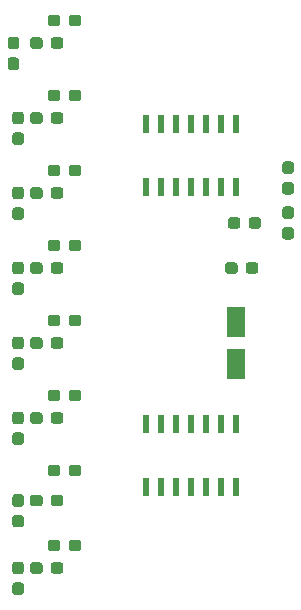
<source format=gtp>
G04 #@! TF.GenerationSoftware,KiCad,Pcbnew,(6.0.0-rc1-dev)*
G04 #@! TF.CreationDate,2018-08-10T19:43:38+02:00*
G04 #@! TF.ProjectId,receiver,72656365697665722E6B696361645F70,rev?*
G04 #@! TF.SameCoordinates,PX6ed25c8PY45a45e8*
G04 #@! TF.FileFunction,Paste,Top*
G04 #@! TF.FilePolarity,Positive*
%FSLAX46Y46*%
G04 Gerber Fmt 4.6, Leading zero omitted, Abs format (unit mm)*
G04 Created by KiCad (PCBNEW (6.0.0-rc1-dev)) date Fri Aug 10 19:43:38 2018*
%MOMM*%
%LPD*%
G01*
G04 APERTURE LIST*
%ADD10R,1.600000X2.600000*%
%ADD11C,0.100000*%
%ADD12C,0.950000*%
%ADD13R,0.600000X1.500000*%
G04 APERTURE END LIST*
D10*
G04 #@! TO.C,C9*
X28575000Y-28680000D03*
X28575000Y-32280000D03*
G04 #@! TD*
D11*
G04 #@! TO.C,C10*
G36*
X30280779Y-23656144D02*
X30303834Y-23659563D01*
X30326443Y-23665227D01*
X30348387Y-23673079D01*
X30369457Y-23683044D01*
X30389448Y-23695026D01*
X30408168Y-23708910D01*
X30425438Y-23724562D01*
X30441090Y-23741832D01*
X30454974Y-23760552D01*
X30466956Y-23780543D01*
X30476921Y-23801613D01*
X30484773Y-23823557D01*
X30490437Y-23846166D01*
X30493856Y-23869221D01*
X30495000Y-23892500D01*
X30495000Y-24367500D01*
X30493856Y-24390779D01*
X30490437Y-24413834D01*
X30484773Y-24436443D01*
X30476921Y-24458387D01*
X30466956Y-24479457D01*
X30454974Y-24499448D01*
X30441090Y-24518168D01*
X30425438Y-24535438D01*
X30408168Y-24551090D01*
X30389448Y-24564974D01*
X30369457Y-24576956D01*
X30348387Y-24586921D01*
X30326443Y-24594773D01*
X30303834Y-24600437D01*
X30280779Y-24603856D01*
X30257500Y-24605000D01*
X29682500Y-24605000D01*
X29659221Y-24603856D01*
X29636166Y-24600437D01*
X29613557Y-24594773D01*
X29591613Y-24586921D01*
X29570543Y-24576956D01*
X29550552Y-24564974D01*
X29531832Y-24551090D01*
X29514562Y-24535438D01*
X29498910Y-24518168D01*
X29485026Y-24499448D01*
X29473044Y-24479457D01*
X29463079Y-24458387D01*
X29455227Y-24436443D01*
X29449563Y-24413834D01*
X29446144Y-24390779D01*
X29445000Y-24367500D01*
X29445000Y-23892500D01*
X29446144Y-23869221D01*
X29449563Y-23846166D01*
X29455227Y-23823557D01*
X29463079Y-23801613D01*
X29473044Y-23780543D01*
X29485026Y-23760552D01*
X29498910Y-23741832D01*
X29514562Y-23724562D01*
X29531832Y-23708910D01*
X29550552Y-23695026D01*
X29570543Y-23683044D01*
X29591613Y-23673079D01*
X29613557Y-23665227D01*
X29636166Y-23659563D01*
X29659221Y-23656144D01*
X29682500Y-23655000D01*
X30257500Y-23655000D01*
X30280779Y-23656144D01*
X30280779Y-23656144D01*
G37*
D12*
X29970000Y-24130000D03*
D11*
G36*
X28530779Y-23656144D02*
X28553834Y-23659563D01*
X28576443Y-23665227D01*
X28598387Y-23673079D01*
X28619457Y-23683044D01*
X28639448Y-23695026D01*
X28658168Y-23708910D01*
X28675438Y-23724562D01*
X28691090Y-23741832D01*
X28704974Y-23760552D01*
X28716956Y-23780543D01*
X28726921Y-23801613D01*
X28734773Y-23823557D01*
X28740437Y-23846166D01*
X28743856Y-23869221D01*
X28745000Y-23892500D01*
X28745000Y-24367500D01*
X28743856Y-24390779D01*
X28740437Y-24413834D01*
X28734773Y-24436443D01*
X28726921Y-24458387D01*
X28716956Y-24479457D01*
X28704974Y-24499448D01*
X28691090Y-24518168D01*
X28675438Y-24535438D01*
X28658168Y-24551090D01*
X28639448Y-24564974D01*
X28619457Y-24576956D01*
X28598387Y-24586921D01*
X28576443Y-24594773D01*
X28553834Y-24600437D01*
X28530779Y-24603856D01*
X28507500Y-24605000D01*
X27932500Y-24605000D01*
X27909221Y-24603856D01*
X27886166Y-24600437D01*
X27863557Y-24594773D01*
X27841613Y-24586921D01*
X27820543Y-24576956D01*
X27800552Y-24564974D01*
X27781832Y-24551090D01*
X27764562Y-24535438D01*
X27748910Y-24518168D01*
X27735026Y-24499448D01*
X27723044Y-24479457D01*
X27713079Y-24458387D01*
X27705227Y-24436443D01*
X27699563Y-24413834D01*
X27696144Y-24390779D01*
X27695000Y-24367500D01*
X27695000Y-23892500D01*
X27696144Y-23869221D01*
X27699563Y-23846166D01*
X27705227Y-23823557D01*
X27713079Y-23801613D01*
X27723044Y-23780543D01*
X27735026Y-23760552D01*
X27748910Y-23741832D01*
X27764562Y-23724562D01*
X27781832Y-23708910D01*
X27800552Y-23695026D01*
X27820543Y-23683044D01*
X27841613Y-23673079D01*
X27863557Y-23665227D01*
X27886166Y-23659563D01*
X27909221Y-23656144D01*
X27932500Y-23655000D01*
X28507500Y-23655000D01*
X28530779Y-23656144D01*
X28530779Y-23656144D01*
G37*
D12*
X28220000Y-24130000D03*
G04 #@! TD*
D11*
G04 #@! TO.C,C8*
G36*
X10420779Y-50756144D02*
X10443834Y-50759563D01*
X10466443Y-50765227D01*
X10488387Y-50773079D01*
X10509457Y-50783044D01*
X10529448Y-50795026D01*
X10548168Y-50808910D01*
X10565438Y-50824562D01*
X10581090Y-50841832D01*
X10594974Y-50860552D01*
X10606956Y-50880543D01*
X10616921Y-50901613D01*
X10624773Y-50923557D01*
X10630437Y-50946166D01*
X10633856Y-50969221D01*
X10635000Y-50992500D01*
X10635000Y-51567500D01*
X10633856Y-51590779D01*
X10630437Y-51613834D01*
X10624773Y-51636443D01*
X10616921Y-51658387D01*
X10606956Y-51679457D01*
X10594974Y-51699448D01*
X10581090Y-51718168D01*
X10565438Y-51735438D01*
X10548168Y-51751090D01*
X10529448Y-51764974D01*
X10509457Y-51776956D01*
X10488387Y-51786921D01*
X10466443Y-51794773D01*
X10443834Y-51800437D01*
X10420779Y-51803856D01*
X10397500Y-51805000D01*
X9922500Y-51805000D01*
X9899221Y-51803856D01*
X9876166Y-51800437D01*
X9853557Y-51794773D01*
X9831613Y-51786921D01*
X9810543Y-51776956D01*
X9790552Y-51764974D01*
X9771832Y-51751090D01*
X9754562Y-51735438D01*
X9738910Y-51718168D01*
X9725026Y-51699448D01*
X9713044Y-51679457D01*
X9703079Y-51658387D01*
X9695227Y-51636443D01*
X9689563Y-51613834D01*
X9686144Y-51590779D01*
X9685000Y-51567500D01*
X9685000Y-50992500D01*
X9686144Y-50969221D01*
X9689563Y-50946166D01*
X9695227Y-50923557D01*
X9703079Y-50901613D01*
X9713044Y-50880543D01*
X9725026Y-50860552D01*
X9738910Y-50841832D01*
X9754562Y-50824562D01*
X9771832Y-50808910D01*
X9790552Y-50795026D01*
X9810543Y-50783044D01*
X9831613Y-50773079D01*
X9853557Y-50765227D01*
X9876166Y-50759563D01*
X9899221Y-50756144D01*
X9922500Y-50755000D01*
X10397500Y-50755000D01*
X10420779Y-50756144D01*
X10420779Y-50756144D01*
G37*
D12*
X10160000Y-51280000D03*
D11*
G36*
X10420779Y-49006144D02*
X10443834Y-49009563D01*
X10466443Y-49015227D01*
X10488387Y-49023079D01*
X10509457Y-49033044D01*
X10529448Y-49045026D01*
X10548168Y-49058910D01*
X10565438Y-49074562D01*
X10581090Y-49091832D01*
X10594974Y-49110552D01*
X10606956Y-49130543D01*
X10616921Y-49151613D01*
X10624773Y-49173557D01*
X10630437Y-49196166D01*
X10633856Y-49219221D01*
X10635000Y-49242500D01*
X10635000Y-49817500D01*
X10633856Y-49840779D01*
X10630437Y-49863834D01*
X10624773Y-49886443D01*
X10616921Y-49908387D01*
X10606956Y-49929457D01*
X10594974Y-49949448D01*
X10581090Y-49968168D01*
X10565438Y-49985438D01*
X10548168Y-50001090D01*
X10529448Y-50014974D01*
X10509457Y-50026956D01*
X10488387Y-50036921D01*
X10466443Y-50044773D01*
X10443834Y-50050437D01*
X10420779Y-50053856D01*
X10397500Y-50055000D01*
X9922500Y-50055000D01*
X9899221Y-50053856D01*
X9876166Y-50050437D01*
X9853557Y-50044773D01*
X9831613Y-50036921D01*
X9810543Y-50026956D01*
X9790552Y-50014974D01*
X9771832Y-50001090D01*
X9754562Y-49985438D01*
X9738910Y-49968168D01*
X9725026Y-49949448D01*
X9713044Y-49929457D01*
X9703079Y-49908387D01*
X9695227Y-49886443D01*
X9689563Y-49863834D01*
X9686144Y-49840779D01*
X9685000Y-49817500D01*
X9685000Y-49242500D01*
X9686144Y-49219221D01*
X9689563Y-49196166D01*
X9695227Y-49173557D01*
X9703079Y-49151613D01*
X9713044Y-49130543D01*
X9725026Y-49110552D01*
X9738910Y-49091832D01*
X9754562Y-49074562D01*
X9771832Y-49058910D01*
X9790552Y-49045026D01*
X9810543Y-49033044D01*
X9831613Y-49023079D01*
X9853557Y-49015227D01*
X9876166Y-49009563D01*
X9899221Y-49006144D01*
X9922500Y-49005000D01*
X10397500Y-49005000D01*
X10420779Y-49006144D01*
X10420779Y-49006144D01*
G37*
D12*
X10160000Y-49530000D03*
G04 #@! TD*
D11*
G04 #@! TO.C,C7*
G36*
X10420779Y-43291144D02*
X10443834Y-43294563D01*
X10466443Y-43300227D01*
X10488387Y-43308079D01*
X10509457Y-43318044D01*
X10529448Y-43330026D01*
X10548168Y-43343910D01*
X10565438Y-43359562D01*
X10581090Y-43376832D01*
X10594974Y-43395552D01*
X10606956Y-43415543D01*
X10616921Y-43436613D01*
X10624773Y-43458557D01*
X10630437Y-43481166D01*
X10633856Y-43504221D01*
X10635000Y-43527500D01*
X10635000Y-44102500D01*
X10633856Y-44125779D01*
X10630437Y-44148834D01*
X10624773Y-44171443D01*
X10616921Y-44193387D01*
X10606956Y-44214457D01*
X10594974Y-44234448D01*
X10581090Y-44253168D01*
X10565438Y-44270438D01*
X10548168Y-44286090D01*
X10529448Y-44299974D01*
X10509457Y-44311956D01*
X10488387Y-44321921D01*
X10466443Y-44329773D01*
X10443834Y-44335437D01*
X10420779Y-44338856D01*
X10397500Y-44340000D01*
X9922500Y-44340000D01*
X9899221Y-44338856D01*
X9876166Y-44335437D01*
X9853557Y-44329773D01*
X9831613Y-44321921D01*
X9810543Y-44311956D01*
X9790552Y-44299974D01*
X9771832Y-44286090D01*
X9754562Y-44270438D01*
X9738910Y-44253168D01*
X9725026Y-44234448D01*
X9713044Y-44214457D01*
X9703079Y-44193387D01*
X9695227Y-44171443D01*
X9689563Y-44148834D01*
X9686144Y-44125779D01*
X9685000Y-44102500D01*
X9685000Y-43527500D01*
X9686144Y-43504221D01*
X9689563Y-43481166D01*
X9695227Y-43458557D01*
X9703079Y-43436613D01*
X9713044Y-43415543D01*
X9725026Y-43395552D01*
X9738910Y-43376832D01*
X9754562Y-43359562D01*
X9771832Y-43343910D01*
X9790552Y-43330026D01*
X9810543Y-43318044D01*
X9831613Y-43308079D01*
X9853557Y-43300227D01*
X9876166Y-43294563D01*
X9899221Y-43291144D01*
X9922500Y-43290000D01*
X10397500Y-43290000D01*
X10420779Y-43291144D01*
X10420779Y-43291144D01*
G37*
D12*
X10160000Y-43815000D03*
D11*
G36*
X10420779Y-45041144D02*
X10443834Y-45044563D01*
X10466443Y-45050227D01*
X10488387Y-45058079D01*
X10509457Y-45068044D01*
X10529448Y-45080026D01*
X10548168Y-45093910D01*
X10565438Y-45109562D01*
X10581090Y-45126832D01*
X10594974Y-45145552D01*
X10606956Y-45165543D01*
X10616921Y-45186613D01*
X10624773Y-45208557D01*
X10630437Y-45231166D01*
X10633856Y-45254221D01*
X10635000Y-45277500D01*
X10635000Y-45852500D01*
X10633856Y-45875779D01*
X10630437Y-45898834D01*
X10624773Y-45921443D01*
X10616921Y-45943387D01*
X10606956Y-45964457D01*
X10594974Y-45984448D01*
X10581090Y-46003168D01*
X10565438Y-46020438D01*
X10548168Y-46036090D01*
X10529448Y-46049974D01*
X10509457Y-46061956D01*
X10488387Y-46071921D01*
X10466443Y-46079773D01*
X10443834Y-46085437D01*
X10420779Y-46088856D01*
X10397500Y-46090000D01*
X9922500Y-46090000D01*
X9899221Y-46088856D01*
X9876166Y-46085437D01*
X9853557Y-46079773D01*
X9831613Y-46071921D01*
X9810543Y-46061956D01*
X9790552Y-46049974D01*
X9771832Y-46036090D01*
X9754562Y-46020438D01*
X9738910Y-46003168D01*
X9725026Y-45984448D01*
X9713044Y-45964457D01*
X9703079Y-45943387D01*
X9695227Y-45921443D01*
X9689563Y-45898834D01*
X9686144Y-45875779D01*
X9685000Y-45852500D01*
X9685000Y-45277500D01*
X9686144Y-45254221D01*
X9689563Y-45231166D01*
X9695227Y-45208557D01*
X9703079Y-45186613D01*
X9713044Y-45165543D01*
X9725026Y-45145552D01*
X9738910Y-45126832D01*
X9754562Y-45109562D01*
X9771832Y-45093910D01*
X9790552Y-45080026D01*
X9810543Y-45068044D01*
X9831613Y-45058079D01*
X9853557Y-45050227D01*
X9876166Y-45044563D01*
X9899221Y-45041144D01*
X9922500Y-45040000D01*
X10397500Y-45040000D01*
X10420779Y-45041144D01*
X10420779Y-45041144D01*
G37*
D12*
X10160000Y-45565000D03*
G04 #@! TD*
D11*
G04 #@! TO.C,C6*
G36*
X10420779Y-38056144D02*
X10443834Y-38059563D01*
X10466443Y-38065227D01*
X10488387Y-38073079D01*
X10509457Y-38083044D01*
X10529448Y-38095026D01*
X10548168Y-38108910D01*
X10565438Y-38124562D01*
X10581090Y-38141832D01*
X10594974Y-38160552D01*
X10606956Y-38180543D01*
X10616921Y-38201613D01*
X10624773Y-38223557D01*
X10630437Y-38246166D01*
X10633856Y-38269221D01*
X10635000Y-38292500D01*
X10635000Y-38867500D01*
X10633856Y-38890779D01*
X10630437Y-38913834D01*
X10624773Y-38936443D01*
X10616921Y-38958387D01*
X10606956Y-38979457D01*
X10594974Y-38999448D01*
X10581090Y-39018168D01*
X10565438Y-39035438D01*
X10548168Y-39051090D01*
X10529448Y-39064974D01*
X10509457Y-39076956D01*
X10488387Y-39086921D01*
X10466443Y-39094773D01*
X10443834Y-39100437D01*
X10420779Y-39103856D01*
X10397500Y-39105000D01*
X9922500Y-39105000D01*
X9899221Y-39103856D01*
X9876166Y-39100437D01*
X9853557Y-39094773D01*
X9831613Y-39086921D01*
X9810543Y-39076956D01*
X9790552Y-39064974D01*
X9771832Y-39051090D01*
X9754562Y-39035438D01*
X9738910Y-39018168D01*
X9725026Y-38999448D01*
X9713044Y-38979457D01*
X9703079Y-38958387D01*
X9695227Y-38936443D01*
X9689563Y-38913834D01*
X9686144Y-38890779D01*
X9685000Y-38867500D01*
X9685000Y-38292500D01*
X9686144Y-38269221D01*
X9689563Y-38246166D01*
X9695227Y-38223557D01*
X9703079Y-38201613D01*
X9713044Y-38180543D01*
X9725026Y-38160552D01*
X9738910Y-38141832D01*
X9754562Y-38124562D01*
X9771832Y-38108910D01*
X9790552Y-38095026D01*
X9810543Y-38083044D01*
X9831613Y-38073079D01*
X9853557Y-38065227D01*
X9876166Y-38059563D01*
X9899221Y-38056144D01*
X9922500Y-38055000D01*
X10397500Y-38055000D01*
X10420779Y-38056144D01*
X10420779Y-38056144D01*
G37*
D12*
X10160000Y-38580000D03*
D11*
G36*
X10420779Y-36306144D02*
X10443834Y-36309563D01*
X10466443Y-36315227D01*
X10488387Y-36323079D01*
X10509457Y-36333044D01*
X10529448Y-36345026D01*
X10548168Y-36358910D01*
X10565438Y-36374562D01*
X10581090Y-36391832D01*
X10594974Y-36410552D01*
X10606956Y-36430543D01*
X10616921Y-36451613D01*
X10624773Y-36473557D01*
X10630437Y-36496166D01*
X10633856Y-36519221D01*
X10635000Y-36542500D01*
X10635000Y-37117500D01*
X10633856Y-37140779D01*
X10630437Y-37163834D01*
X10624773Y-37186443D01*
X10616921Y-37208387D01*
X10606956Y-37229457D01*
X10594974Y-37249448D01*
X10581090Y-37268168D01*
X10565438Y-37285438D01*
X10548168Y-37301090D01*
X10529448Y-37314974D01*
X10509457Y-37326956D01*
X10488387Y-37336921D01*
X10466443Y-37344773D01*
X10443834Y-37350437D01*
X10420779Y-37353856D01*
X10397500Y-37355000D01*
X9922500Y-37355000D01*
X9899221Y-37353856D01*
X9876166Y-37350437D01*
X9853557Y-37344773D01*
X9831613Y-37336921D01*
X9810543Y-37326956D01*
X9790552Y-37314974D01*
X9771832Y-37301090D01*
X9754562Y-37285438D01*
X9738910Y-37268168D01*
X9725026Y-37249448D01*
X9713044Y-37229457D01*
X9703079Y-37208387D01*
X9695227Y-37186443D01*
X9689563Y-37163834D01*
X9686144Y-37140779D01*
X9685000Y-37117500D01*
X9685000Y-36542500D01*
X9686144Y-36519221D01*
X9689563Y-36496166D01*
X9695227Y-36473557D01*
X9703079Y-36451613D01*
X9713044Y-36430543D01*
X9725026Y-36410552D01*
X9738910Y-36391832D01*
X9754562Y-36374562D01*
X9771832Y-36358910D01*
X9790552Y-36345026D01*
X9810543Y-36333044D01*
X9831613Y-36323079D01*
X9853557Y-36315227D01*
X9876166Y-36309563D01*
X9899221Y-36306144D01*
X9922500Y-36305000D01*
X10397500Y-36305000D01*
X10420779Y-36306144D01*
X10420779Y-36306144D01*
G37*
D12*
X10160000Y-36830000D03*
G04 #@! TD*
D11*
G04 #@! TO.C,C5*
G36*
X10420779Y-29956144D02*
X10443834Y-29959563D01*
X10466443Y-29965227D01*
X10488387Y-29973079D01*
X10509457Y-29983044D01*
X10529448Y-29995026D01*
X10548168Y-30008910D01*
X10565438Y-30024562D01*
X10581090Y-30041832D01*
X10594974Y-30060552D01*
X10606956Y-30080543D01*
X10616921Y-30101613D01*
X10624773Y-30123557D01*
X10630437Y-30146166D01*
X10633856Y-30169221D01*
X10635000Y-30192500D01*
X10635000Y-30767500D01*
X10633856Y-30790779D01*
X10630437Y-30813834D01*
X10624773Y-30836443D01*
X10616921Y-30858387D01*
X10606956Y-30879457D01*
X10594974Y-30899448D01*
X10581090Y-30918168D01*
X10565438Y-30935438D01*
X10548168Y-30951090D01*
X10529448Y-30964974D01*
X10509457Y-30976956D01*
X10488387Y-30986921D01*
X10466443Y-30994773D01*
X10443834Y-31000437D01*
X10420779Y-31003856D01*
X10397500Y-31005000D01*
X9922500Y-31005000D01*
X9899221Y-31003856D01*
X9876166Y-31000437D01*
X9853557Y-30994773D01*
X9831613Y-30986921D01*
X9810543Y-30976956D01*
X9790552Y-30964974D01*
X9771832Y-30951090D01*
X9754562Y-30935438D01*
X9738910Y-30918168D01*
X9725026Y-30899448D01*
X9713044Y-30879457D01*
X9703079Y-30858387D01*
X9695227Y-30836443D01*
X9689563Y-30813834D01*
X9686144Y-30790779D01*
X9685000Y-30767500D01*
X9685000Y-30192500D01*
X9686144Y-30169221D01*
X9689563Y-30146166D01*
X9695227Y-30123557D01*
X9703079Y-30101613D01*
X9713044Y-30080543D01*
X9725026Y-30060552D01*
X9738910Y-30041832D01*
X9754562Y-30024562D01*
X9771832Y-30008910D01*
X9790552Y-29995026D01*
X9810543Y-29983044D01*
X9831613Y-29973079D01*
X9853557Y-29965227D01*
X9876166Y-29959563D01*
X9899221Y-29956144D01*
X9922500Y-29955000D01*
X10397500Y-29955000D01*
X10420779Y-29956144D01*
X10420779Y-29956144D01*
G37*
D12*
X10160000Y-30480000D03*
D11*
G36*
X10420779Y-31706144D02*
X10443834Y-31709563D01*
X10466443Y-31715227D01*
X10488387Y-31723079D01*
X10509457Y-31733044D01*
X10529448Y-31745026D01*
X10548168Y-31758910D01*
X10565438Y-31774562D01*
X10581090Y-31791832D01*
X10594974Y-31810552D01*
X10606956Y-31830543D01*
X10616921Y-31851613D01*
X10624773Y-31873557D01*
X10630437Y-31896166D01*
X10633856Y-31919221D01*
X10635000Y-31942500D01*
X10635000Y-32517500D01*
X10633856Y-32540779D01*
X10630437Y-32563834D01*
X10624773Y-32586443D01*
X10616921Y-32608387D01*
X10606956Y-32629457D01*
X10594974Y-32649448D01*
X10581090Y-32668168D01*
X10565438Y-32685438D01*
X10548168Y-32701090D01*
X10529448Y-32714974D01*
X10509457Y-32726956D01*
X10488387Y-32736921D01*
X10466443Y-32744773D01*
X10443834Y-32750437D01*
X10420779Y-32753856D01*
X10397500Y-32755000D01*
X9922500Y-32755000D01*
X9899221Y-32753856D01*
X9876166Y-32750437D01*
X9853557Y-32744773D01*
X9831613Y-32736921D01*
X9810543Y-32726956D01*
X9790552Y-32714974D01*
X9771832Y-32701090D01*
X9754562Y-32685438D01*
X9738910Y-32668168D01*
X9725026Y-32649448D01*
X9713044Y-32629457D01*
X9703079Y-32608387D01*
X9695227Y-32586443D01*
X9689563Y-32563834D01*
X9686144Y-32540779D01*
X9685000Y-32517500D01*
X9685000Y-31942500D01*
X9686144Y-31919221D01*
X9689563Y-31896166D01*
X9695227Y-31873557D01*
X9703079Y-31851613D01*
X9713044Y-31830543D01*
X9725026Y-31810552D01*
X9738910Y-31791832D01*
X9754562Y-31774562D01*
X9771832Y-31758910D01*
X9790552Y-31745026D01*
X9810543Y-31733044D01*
X9831613Y-31723079D01*
X9853557Y-31715227D01*
X9876166Y-31709563D01*
X9899221Y-31706144D01*
X9922500Y-31705000D01*
X10397500Y-31705000D01*
X10420779Y-31706144D01*
X10420779Y-31706144D01*
G37*
D12*
X10160000Y-32230000D03*
G04 #@! TD*
D11*
G04 #@! TO.C,C4*
G36*
X10420779Y-25356144D02*
X10443834Y-25359563D01*
X10466443Y-25365227D01*
X10488387Y-25373079D01*
X10509457Y-25383044D01*
X10529448Y-25395026D01*
X10548168Y-25408910D01*
X10565438Y-25424562D01*
X10581090Y-25441832D01*
X10594974Y-25460552D01*
X10606956Y-25480543D01*
X10616921Y-25501613D01*
X10624773Y-25523557D01*
X10630437Y-25546166D01*
X10633856Y-25569221D01*
X10635000Y-25592500D01*
X10635000Y-26167500D01*
X10633856Y-26190779D01*
X10630437Y-26213834D01*
X10624773Y-26236443D01*
X10616921Y-26258387D01*
X10606956Y-26279457D01*
X10594974Y-26299448D01*
X10581090Y-26318168D01*
X10565438Y-26335438D01*
X10548168Y-26351090D01*
X10529448Y-26364974D01*
X10509457Y-26376956D01*
X10488387Y-26386921D01*
X10466443Y-26394773D01*
X10443834Y-26400437D01*
X10420779Y-26403856D01*
X10397500Y-26405000D01*
X9922500Y-26405000D01*
X9899221Y-26403856D01*
X9876166Y-26400437D01*
X9853557Y-26394773D01*
X9831613Y-26386921D01*
X9810543Y-26376956D01*
X9790552Y-26364974D01*
X9771832Y-26351090D01*
X9754562Y-26335438D01*
X9738910Y-26318168D01*
X9725026Y-26299448D01*
X9713044Y-26279457D01*
X9703079Y-26258387D01*
X9695227Y-26236443D01*
X9689563Y-26213834D01*
X9686144Y-26190779D01*
X9685000Y-26167500D01*
X9685000Y-25592500D01*
X9686144Y-25569221D01*
X9689563Y-25546166D01*
X9695227Y-25523557D01*
X9703079Y-25501613D01*
X9713044Y-25480543D01*
X9725026Y-25460552D01*
X9738910Y-25441832D01*
X9754562Y-25424562D01*
X9771832Y-25408910D01*
X9790552Y-25395026D01*
X9810543Y-25383044D01*
X9831613Y-25373079D01*
X9853557Y-25365227D01*
X9876166Y-25359563D01*
X9899221Y-25356144D01*
X9922500Y-25355000D01*
X10397500Y-25355000D01*
X10420779Y-25356144D01*
X10420779Y-25356144D01*
G37*
D12*
X10160000Y-25880000D03*
D11*
G36*
X10420779Y-23606144D02*
X10443834Y-23609563D01*
X10466443Y-23615227D01*
X10488387Y-23623079D01*
X10509457Y-23633044D01*
X10529448Y-23645026D01*
X10548168Y-23658910D01*
X10565438Y-23674562D01*
X10581090Y-23691832D01*
X10594974Y-23710552D01*
X10606956Y-23730543D01*
X10616921Y-23751613D01*
X10624773Y-23773557D01*
X10630437Y-23796166D01*
X10633856Y-23819221D01*
X10635000Y-23842500D01*
X10635000Y-24417500D01*
X10633856Y-24440779D01*
X10630437Y-24463834D01*
X10624773Y-24486443D01*
X10616921Y-24508387D01*
X10606956Y-24529457D01*
X10594974Y-24549448D01*
X10581090Y-24568168D01*
X10565438Y-24585438D01*
X10548168Y-24601090D01*
X10529448Y-24614974D01*
X10509457Y-24626956D01*
X10488387Y-24636921D01*
X10466443Y-24644773D01*
X10443834Y-24650437D01*
X10420779Y-24653856D01*
X10397500Y-24655000D01*
X9922500Y-24655000D01*
X9899221Y-24653856D01*
X9876166Y-24650437D01*
X9853557Y-24644773D01*
X9831613Y-24636921D01*
X9810543Y-24626956D01*
X9790552Y-24614974D01*
X9771832Y-24601090D01*
X9754562Y-24585438D01*
X9738910Y-24568168D01*
X9725026Y-24549448D01*
X9713044Y-24529457D01*
X9703079Y-24508387D01*
X9695227Y-24486443D01*
X9689563Y-24463834D01*
X9686144Y-24440779D01*
X9685000Y-24417500D01*
X9685000Y-23842500D01*
X9686144Y-23819221D01*
X9689563Y-23796166D01*
X9695227Y-23773557D01*
X9703079Y-23751613D01*
X9713044Y-23730543D01*
X9725026Y-23710552D01*
X9738910Y-23691832D01*
X9754562Y-23674562D01*
X9771832Y-23658910D01*
X9790552Y-23645026D01*
X9810543Y-23633044D01*
X9831613Y-23623079D01*
X9853557Y-23615227D01*
X9876166Y-23609563D01*
X9899221Y-23606144D01*
X9922500Y-23605000D01*
X10397500Y-23605000D01*
X10420779Y-23606144D01*
X10420779Y-23606144D01*
G37*
D12*
X10160000Y-24130000D03*
G04 #@! TD*
D11*
G04 #@! TO.C,C3*
G36*
X10420779Y-17256144D02*
X10443834Y-17259563D01*
X10466443Y-17265227D01*
X10488387Y-17273079D01*
X10509457Y-17283044D01*
X10529448Y-17295026D01*
X10548168Y-17308910D01*
X10565438Y-17324562D01*
X10581090Y-17341832D01*
X10594974Y-17360552D01*
X10606956Y-17380543D01*
X10616921Y-17401613D01*
X10624773Y-17423557D01*
X10630437Y-17446166D01*
X10633856Y-17469221D01*
X10635000Y-17492500D01*
X10635000Y-18067500D01*
X10633856Y-18090779D01*
X10630437Y-18113834D01*
X10624773Y-18136443D01*
X10616921Y-18158387D01*
X10606956Y-18179457D01*
X10594974Y-18199448D01*
X10581090Y-18218168D01*
X10565438Y-18235438D01*
X10548168Y-18251090D01*
X10529448Y-18264974D01*
X10509457Y-18276956D01*
X10488387Y-18286921D01*
X10466443Y-18294773D01*
X10443834Y-18300437D01*
X10420779Y-18303856D01*
X10397500Y-18305000D01*
X9922500Y-18305000D01*
X9899221Y-18303856D01*
X9876166Y-18300437D01*
X9853557Y-18294773D01*
X9831613Y-18286921D01*
X9810543Y-18276956D01*
X9790552Y-18264974D01*
X9771832Y-18251090D01*
X9754562Y-18235438D01*
X9738910Y-18218168D01*
X9725026Y-18199448D01*
X9713044Y-18179457D01*
X9703079Y-18158387D01*
X9695227Y-18136443D01*
X9689563Y-18113834D01*
X9686144Y-18090779D01*
X9685000Y-18067500D01*
X9685000Y-17492500D01*
X9686144Y-17469221D01*
X9689563Y-17446166D01*
X9695227Y-17423557D01*
X9703079Y-17401613D01*
X9713044Y-17380543D01*
X9725026Y-17360552D01*
X9738910Y-17341832D01*
X9754562Y-17324562D01*
X9771832Y-17308910D01*
X9790552Y-17295026D01*
X9810543Y-17283044D01*
X9831613Y-17273079D01*
X9853557Y-17265227D01*
X9876166Y-17259563D01*
X9899221Y-17256144D01*
X9922500Y-17255000D01*
X10397500Y-17255000D01*
X10420779Y-17256144D01*
X10420779Y-17256144D01*
G37*
D12*
X10160000Y-17780000D03*
D11*
G36*
X10420779Y-19006144D02*
X10443834Y-19009563D01*
X10466443Y-19015227D01*
X10488387Y-19023079D01*
X10509457Y-19033044D01*
X10529448Y-19045026D01*
X10548168Y-19058910D01*
X10565438Y-19074562D01*
X10581090Y-19091832D01*
X10594974Y-19110552D01*
X10606956Y-19130543D01*
X10616921Y-19151613D01*
X10624773Y-19173557D01*
X10630437Y-19196166D01*
X10633856Y-19219221D01*
X10635000Y-19242500D01*
X10635000Y-19817500D01*
X10633856Y-19840779D01*
X10630437Y-19863834D01*
X10624773Y-19886443D01*
X10616921Y-19908387D01*
X10606956Y-19929457D01*
X10594974Y-19949448D01*
X10581090Y-19968168D01*
X10565438Y-19985438D01*
X10548168Y-20001090D01*
X10529448Y-20014974D01*
X10509457Y-20026956D01*
X10488387Y-20036921D01*
X10466443Y-20044773D01*
X10443834Y-20050437D01*
X10420779Y-20053856D01*
X10397500Y-20055000D01*
X9922500Y-20055000D01*
X9899221Y-20053856D01*
X9876166Y-20050437D01*
X9853557Y-20044773D01*
X9831613Y-20036921D01*
X9810543Y-20026956D01*
X9790552Y-20014974D01*
X9771832Y-20001090D01*
X9754562Y-19985438D01*
X9738910Y-19968168D01*
X9725026Y-19949448D01*
X9713044Y-19929457D01*
X9703079Y-19908387D01*
X9695227Y-19886443D01*
X9689563Y-19863834D01*
X9686144Y-19840779D01*
X9685000Y-19817500D01*
X9685000Y-19242500D01*
X9686144Y-19219221D01*
X9689563Y-19196166D01*
X9695227Y-19173557D01*
X9703079Y-19151613D01*
X9713044Y-19130543D01*
X9725026Y-19110552D01*
X9738910Y-19091832D01*
X9754562Y-19074562D01*
X9771832Y-19058910D01*
X9790552Y-19045026D01*
X9810543Y-19033044D01*
X9831613Y-19023079D01*
X9853557Y-19015227D01*
X9876166Y-19009563D01*
X9899221Y-19006144D01*
X9922500Y-19005000D01*
X10397500Y-19005000D01*
X10420779Y-19006144D01*
X10420779Y-19006144D01*
G37*
D12*
X10160000Y-19530000D03*
G04 #@! TD*
D11*
G04 #@! TO.C,C2*
G36*
X10420779Y-12656144D02*
X10443834Y-12659563D01*
X10466443Y-12665227D01*
X10488387Y-12673079D01*
X10509457Y-12683044D01*
X10529448Y-12695026D01*
X10548168Y-12708910D01*
X10565438Y-12724562D01*
X10581090Y-12741832D01*
X10594974Y-12760552D01*
X10606956Y-12780543D01*
X10616921Y-12801613D01*
X10624773Y-12823557D01*
X10630437Y-12846166D01*
X10633856Y-12869221D01*
X10635000Y-12892500D01*
X10635000Y-13467500D01*
X10633856Y-13490779D01*
X10630437Y-13513834D01*
X10624773Y-13536443D01*
X10616921Y-13558387D01*
X10606956Y-13579457D01*
X10594974Y-13599448D01*
X10581090Y-13618168D01*
X10565438Y-13635438D01*
X10548168Y-13651090D01*
X10529448Y-13664974D01*
X10509457Y-13676956D01*
X10488387Y-13686921D01*
X10466443Y-13694773D01*
X10443834Y-13700437D01*
X10420779Y-13703856D01*
X10397500Y-13705000D01*
X9922500Y-13705000D01*
X9899221Y-13703856D01*
X9876166Y-13700437D01*
X9853557Y-13694773D01*
X9831613Y-13686921D01*
X9810543Y-13676956D01*
X9790552Y-13664974D01*
X9771832Y-13651090D01*
X9754562Y-13635438D01*
X9738910Y-13618168D01*
X9725026Y-13599448D01*
X9713044Y-13579457D01*
X9703079Y-13558387D01*
X9695227Y-13536443D01*
X9689563Y-13513834D01*
X9686144Y-13490779D01*
X9685000Y-13467500D01*
X9685000Y-12892500D01*
X9686144Y-12869221D01*
X9689563Y-12846166D01*
X9695227Y-12823557D01*
X9703079Y-12801613D01*
X9713044Y-12780543D01*
X9725026Y-12760552D01*
X9738910Y-12741832D01*
X9754562Y-12724562D01*
X9771832Y-12708910D01*
X9790552Y-12695026D01*
X9810543Y-12683044D01*
X9831613Y-12673079D01*
X9853557Y-12665227D01*
X9876166Y-12659563D01*
X9899221Y-12656144D01*
X9922500Y-12655000D01*
X10397500Y-12655000D01*
X10420779Y-12656144D01*
X10420779Y-12656144D01*
G37*
D12*
X10160000Y-13180000D03*
D11*
G36*
X10420779Y-10906144D02*
X10443834Y-10909563D01*
X10466443Y-10915227D01*
X10488387Y-10923079D01*
X10509457Y-10933044D01*
X10529448Y-10945026D01*
X10548168Y-10958910D01*
X10565438Y-10974562D01*
X10581090Y-10991832D01*
X10594974Y-11010552D01*
X10606956Y-11030543D01*
X10616921Y-11051613D01*
X10624773Y-11073557D01*
X10630437Y-11096166D01*
X10633856Y-11119221D01*
X10635000Y-11142500D01*
X10635000Y-11717500D01*
X10633856Y-11740779D01*
X10630437Y-11763834D01*
X10624773Y-11786443D01*
X10616921Y-11808387D01*
X10606956Y-11829457D01*
X10594974Y-11849448D01*
X10581090Y-11868168D01*
X10565438Y-11885438D01*
X10548168Y-11901090D01*
X10529448Y-11914974D01*
X10509457Y-11926956D01*
X10488387Y-11936921D01*
X10466443Y-11944773D01*
X10443834Y-11950437D01*
X10420779Y-11953856D01*
X10397500Y-11955000D01*
X9922500Y-11955000D01*
X9899221Y-11953856D01*
X9876166Y-11950437D01*
X9853557Y-11944773D01*
X9831613Y-11936921D01*
X9810543Y-11926956D01*
X9790552Y-11914974D01*
X9771832Y-11901090D01*
X9754562Y-11885438D01*
X9738910Y-11868168D01*
X9725026Y-11849448D01*
X9713044Y-11829457D01*
X9703079Y-11808387D01*
X9695227Y-11786443D01*
X9689563Y-11763834D01*
X9686144Y-11740779D01*
X9685000Y-11717500D01*
X9685000Y-11142500D01*
X9686144Y-11119221D01*
X9689563Y-11096166D01*
X9695227Y-11073557D01*
X9703079Y-11051613D01*
X9713044Y-11030543D01*
X9725026Y-11010552D01*
X9738910Y-10991832D01*
X9754562Y-10974562D01*
X9771832Y-10958910D01*
X9790552Y-10945026D01*
X9810543Y-10933044D01*
X9831613Y-10923079D01*
X9853557Y-10915227D01*
X9876166Y-10909563D01*
X9899221Y-10906144D01*
X9922500Y-10905000D01*
X10397500Y-10905000D01*
X10420779Y-10906144D01*
X10420779Y-10906144D01*
G37*
D12*
X10160000Y-11430000D03*
G04 #@! TD*
D11*
G04 #@! TO.C,C1*
G36*
X10025779Y-4556144D02*
X10048834Y-4559563D01*
X10071443Y-4565227D01*
X10093387Y-4573079D01*
X10114457Y-4583044D01*
X10134448Y-4595026D01*
X10153168Y-4608910D01*
X10170438Y-4624562D01*
X10186090Y-4641832D01*
X10199974Y-4660552D01*
X10211956Y-4680543D01*
X10221921Y-4701613D01*
X10229773Y-4723557D01*
X10235437Y-4746166D01*
X10238856Y-4769221D01*
X10240000Y-4792500D01*
X10240000Y-5367500D01*
X10238856Y-5390779D01*
X10235437Y-5413834D01*
X10229773Y-5436443D01*
X10221921Y-5458387D01*
X10211956Y-5479457D01*
X10199974Y-5499448D01*
X10186090Y-5518168D01*
X10170438Y-5535438D01*
X10153168Y-5551090D01*
X10134448Y-5564974D01*
X10114457Y-5576956D01*
X10093387Y-5586921D01*
X10071443Y-5594773D01*
X10048834Y-5600437D01*
X10025779Y-5603856D01*
X10002500Y-5605000D01*
X9527500Y-5605000D01*
X9504221Y-5603856D01*
X9481166Y-5600437D01*
X9458557Y-5594773D01*
X9436613Y-5586921D01*
X9415543Y-5576956D01*
X9395552Y-5564974D01*
X9376832Y-5551090D01*
X9359562Y-5535438D01*
X9343910Y-5518168D01*
X9330026Y-5499448D01*
X9318044Y-5479457D01*
X9308079Y-5458387D01*
X9300227Y-5436443D01*
X9294563Y-5413834D01*
X9291144Y-5390779D01*
X9290000Y-5367500D01*
X9290000Y-4792500D01*
X9291144Y-4769221D01*
X9294563Y-4746166D01*
X9300227Y-4723557D01*
X9308079Y-4701613D01*
X9318044Y-4680543D01*
X9330026Y-4660552D01*
X9343910Y-4641832D01*
X9359562Y-4624562D01*
X9376832Y-4608910D01*
X9395552Y-4595026D01*
X9415543Y-4583044D01*
X9436613Y-4573079D01*
X9458557Y-4565227D01*
X9481166Y-4559563D01*
X9504221Y-4556144D01*
X9527500Y-4555000D01*
X10002500Y-4555000D01*
X10025779Y-4556144D01*
X10025779Y-4556144D01*
G37*
D12*
X9765000Y-5080000D03*
D11*
G36*
X10025779Y-6306144D02*
X10048834Y-6309563D01*
X10071443Y-6315227D01*
X10093387Y-6323079D01*
X10114457Y-6333044D01*
X10134448Y-6345026D01*
X10153168Y-6358910D01*
X10170438Y-6374562D01*
X10186090Y-6391832D01*
X10199974Y-6410552D01*
X10211956Y-6430543D01*
X10221921Y-6451613D01*
X10229773Y-6473557D01*
X10235437Y-6496166D01*
X10238856Y-6519221D01*
X10240000Y-6542500D01*
X10240000Y-7117500D01*
X10238856Y-7140779D01*
X10235437Y-7163834D01*
X10229773Y-7186443D01*
X10221921Y-7208387D01*
X10211956Y-7229457D01*
X10199974Y-7249448D01*
X10186090Y-7268168D01*
X10170438Y-7285438D01*
X10153168Y-7301090D01*
X10134448Y-7314974D01*
X10114457Y-7326956D01*
X10093387Y-7336921D01*
X10071443Y-7344773D01*
X10048834Y-7350437D01*
X10025779Y-7353856D01*
X10002500Y-7355000D01*
X9527500Y-7355000D01*
X9504221Y-7353856D01*
X9481166Y-7350437D01*
X9458557Y-7344773D01*
X9436613Y-7336921D01*
X9415543Y-7326956D01*
X9395552Y-7314974D01*
X9376832Y-7301090D01*
X9359562Y-7285438D01*
X9343910Y-7268168D01*
X9330026Y-7249448D01*
X9318044Y-7229457D01*
X9308079Y-7208387D01*
X9300227Y-7186443D01*
X9294563Y-7163834D01*
X9291144Y-7140779D01*
X9290000Y-7117500D01*
X9290000Y-6542500D01*
X9291144Y-6519221D01*
X9294563Y-6496166D01*
X9300227Y-6473557D01*
X9308079Y-6451613D01*
X9318044Y-6430543D01*
X9330026Y-6410552D01*
X9343910Y-6391832D01*
X9359562Y-6374562D01*
X9376832Y-6358910D01*
X9395552Y-6345026D01*
X9415543Y-6333044D01*
X9436613Y-6323079D01*
X9458557Y-6315227D01*
X9481166Y-6309563D01*
X9504221Y-6306144D01*
X9527500Y-6305000D01*
X10002500Y-6305000D01*
X10025779Y-6306144D01*
X10025779Y-6306144D01*
G37*
D12*
X9765000Y-6830000D03*
G04 #@! TD*
D11*
G04 #@! TO.C,D9*
G36*
X33280779Y-15111144D02*
X33303834Y-15114563D01*
X33326443Y-15120227D01*
X33348387Y-15128079D01*
X33369457Y-15138044D01*
X33389448Y-15150026D01*
X33408168Y-15163910D01*
X33425438Y-15179562D01*
X33441090Y-15196832D01*
X33454974Y-15215552D01*
X33466956Y-15235543D01*
X33476921Y-15256613D01*
X33484773Y-15278557D01*
X33490437Y-15301166D01*
X33493856Y-15324221D01*
X33495000Y-15347500D01*
X33495000Y-15922500D01*
X33493856Y-15945779D01*
X33490437Y-15968834D01*
X33484773Y-15991443D01*
X33476921Y-16013387D01*
X33466956Y-16034457D01*
X33454974Y-16054448D01*
X33441090Y-16073168D01*
X33425438Y-16090438D01*
X33408168Y-16106090D01*
X33389448Y-16119974D01*
X33369457Y-16131956D01*
X33348387Y-16141921D01*
X33326443Y-16149773D01*
X33303834Y-16155437D01*
X33280779Y-16158856D01*
X33257500Y-16160000D01*
X32782500Y-16160000D01*
X32759221Y-16158856D01*
X32736166Y-16155437D01*
X32713557Y-16149773D01*
X32691613Y-16141921D01*
X32670543Y-16131956D01*
X32650552Y-16119974D01*
X32631832Y-16106090D01*
X32614562Y-16090438D01*
X32598910Y-16073168D01*
X32585026Y-16054448D01*
X32573044Y-16034457D01*
X32563079Y-16013387D01*
X32555227Y-15991443D01*
X32549563Y-15968834D01*
X32546144Y-15945779D01*
X32545000Y-15922500D01*
X32545000Y-15347500D01*
X32546144Y-15324221D01*
X32549563Y-15301166D01*
X32555227Y-15278557D01*
X32563079Y-15256613D01*
X32573044Y-15235543D01*
X32585026Y-15215552D01*
X32598910Y-15196832D01*
X32614562Y-15179562D01*
X32631832Y-15163910D01*
X32650552Y-15150026D01*
X32670543Y-15138044D01*
X32691613Y-15128079D01*
X32713557Y-15120227D01*
X32736166Y-15114563D01*
X32759221Y-15111144D01*
X32782500Y-15110000D01*
X33257500Y-15110000D01*
X33280779Y-15111144D01*
X33280779Y-15111144D01*
G37*
D12*
X33020000Y-15635000D03*
D11*
G36*
X33280779Y-16861144D02*
X33303834Y-16864563D01*
X33326443Y-16870227D01*
X33348387Y-16878079D01*
X33369457Y-16888044D01*
X33389448Y-16900026D01*
X33408168Y-16913910D01*
X33425438Y-16929562D01*
X33441090Y-16946832D01*
X33454974Y-16965552D01*
X33466956Y-16985543D01*
X33476921Y-17006613D01*
X33484773Y-17028557D01*
X33490437Y-17051166D01*
X33493856Y-17074221D01*
X33495000Y-17097500D01*
X33495000Y-17672500D01*
X33493856Y-17695779D01*
X33490437Y-17718834D01*
X33484773Y-17741443D01*
X33476921Y-17763387D01*
X33466956Y-17784457D01*
X33454974Y-17804448D01*
X33441090Y-17823168D01*
X33425438Y-17840438D01*
X33408168Y-17856090D01*
X33389448Y-17869974D01*
X33369457Y-17881956D01*
X33348387Y-17891921D01*
X33326443Y-17899773D01*
X33303834Y-17905437D01*
X33280779Y-17908856D01*
X33257500Y-17910000D01*
X32782500Y-17910000D01*
X32759221Y-17908856D01*
X32736166Y-17905437D01*
X32713557Y-17899773D01*
X32691613Y-17891921D01*
X32670543Y-17881956D01*
X32650552Y-17869974D01*
X32631832Y-17856090D01*
X32614562Y-17840438D01*
X32598910Y-17823168D01*
X32585026Y-17804448D01*
X32573044Y-17784457D01*
X32563079Y-17763387D01*
X32555227Y-17741443D01*
X32549563Y-17718834D01*
X32546144Y-17695779D01*
X32545000Y-17672500D01*
X32545000Y-17097500D01*
X32546144Y-17074221D01*
X32549563Y-17051166D01*
X32555227Y-17028557D01*
X32563079Y-17006613D01*
X32573044Y-16985543D01*
X32585026Y-16965552D01*
X32598910Y-16946832D01*
X32614562Y-16929562D01*
X32631832Y-16913910D01*
X32650552Y-16900026D01*
X32670543Y-16888044D01*
X32691613Y-16878079D01*
X32713557Y-16870227D01*
X32736166Y-16864563D01*
X32759221Y-16861144D01*
X32782500Y-16860000D01*
X33257500Y-16860000D01*
X33280779Y-16861144D01*
X33280779Y-16861144D01*
G37*
D12*
X33020000Y-17385000D03*
G04 #@! TD*
D13*
G04 #@! TO.C,U1*
X28575000Y-17305000D03*
X27305000Y-17305000D03*
X26035000Y-17305000D03*
X24765000Y-17305000D03*
X23495000Y-17305000D03*
X22225000Y-17305000D03*
X20955000Y-17305000D03*
X20955000Y-11905000D03*
X22225000Y-11905000D03*
X23495000Y-11905000D03*
X24765000Y-11905000D03*
X26035000Y-11905000D03*
X27305000Y-11905000D03*
X28575000Y-11905000D03*
G04 #@! TD*
G04 #@! TO.C,U2*
X28575000Y-37305000D03*
X27305000Y-37305000D03*
X26035000Y-37305000D03*
X24765000Y-37305000D03*
X23495000Y-37305000D03*
X22225000Y-37305000D03*
X20955000Y-37305000D03*
X20955000Y-42705000D03*
X22225000Y-42705000D03*
X23495000Y-42705000D03*
X24765000Y-42705000D03*
X26035000Y-42705000D03*
X27305000Y-42705000D03*
X28575000Y-42705000D03*
G04 #@! TD*
D11*
G04 #@! TO.C,R2*
G36*
X13770779Y-4606144D02*
X13793834Y-4609563D01*
X13816443Y-4615227D01*
X13838387Y-4623079D01*
X13859457Y-4633044D01*
X13879448Y-4645026D01*
X13898168Y-4658910D01*
X13915438Y-4674562D01*
X13931090Y-4691832D01*
X13944974Y-4710552D01*
X13956956Y-4730543D01*
X13966921Y-4751613D01*
X13974773Y-4773557D01*
X13980437Y-4796166D01*
X13983856Y-4819221D01*
X13985000Y-4842500D01*
X13985000Y-5317500D01*
X13983856Y-5340779D01*
X13980437Y-5363834D01*
X13974773Y-5386443D01*
X13966921Y-5408387D01*
X13956956Y-5429457D01*
X13944974Y-5449448D01*
X13931090Y-5468168D01*
X13915438Y-5485438D01*
X13898168Y-5501090D01*
X13879448Y-5514974D01*
X13859457Y-5526956D01*
X13838387Y-5536921D01*
X13816443Y-5544773D01*
X13793834Y-5550437D01*
X13770779Y-5553856D01*
X13747500Y-5555000D01*
X13172500Y-5555000D01*
X13149221Y-5553856D01*
X13126166Y-5550437D01*
X13103557Y-5544773D01*
X13081613Y-5536921D01*
X13060543Y-5526956D01*
X13040552Y-5514974D01*
X13021832Y-5501090D01*
X13004562Y-5485438D01*
X12988910Y-5468168D01*
X12975026Y-5449448D01*
X12963044Y-5429457D01*
X12953079Y-5408387D01*
X12945227Y-5386443D01*
X12939563Y-5363834D01*
X12936144Y-5340779D01*
X12935000Y-5317500D01*
X12935000Y-4842500D01*
X12936144Y-4819221D01*
X12939563Y-4796166D01*
X12945227Y-4773557D01*
X12953079Y-4751613D01*
X12963044Y-4730543D01*
X12975026Y-4710552D01*
X12988910Y-4691832D01*
X13004562Y-4674562D01*
X13021832Y-4658910D01*
X13040552Y-4645026D01*
X13060543Y-4633044D01*
X13081613Y-4623079D01*
X13103557Y-4615227D01*
X13126166Y-4609563D01*
X13149221Y-4606144D01*
X13172500Y-4605000D01*
X13747500Y-4605000D01*
X13770779Y-4606144D01*
X13770779Y-4606144D01*
G37*
D12*
X13460000Y-5080000D03*
D11*
G36*
X12020779Y-4606144D02*
X12043834Y-4609563D01*
X12066443Y-4615227D01*
X12088387Y-4623079D01*
X12109457Y-4633044D01*
X12129448Y-4645026D01*
X12148168Y-4658910D01*
X12165438Y-4674562D01*
X12181090Y-4691832D01*
X12194974Y-4710552D01*
X12206956Y-4730543D01*
X12216921Y-4751613D01*
X12224773Y-4773557D01*
X12230437Y-4796166D01*
X12233856Y-4819221D01*
X12235000Y-4842500D01*
X12235000Y-5317500D01*
X12233856Y-5340779D01*
X12230437Y-5363834D01*
X12224773Y-5386443D01*
X12216921Y-5408387D01*
X12206956Y-5429457D01*
X12194974Y-5449448D01*
X12181090Y-5468168D01*
X12165438Y-5485438D01*
X12148168Y-5501090D01*
X12129448Y-5514974D01*
X12109457Y-5526956D01*
X12088387Y-5536921D01*
X12066443Y-5544773D01*
X12043834Y-5550437D01*
X12020779Y-5553856D01*
X11997500Y-5555000D01*
X11422500Y-5555000D01*
X11399221Y-5553856D01*
X11376166Y-5550437D01*
X11353557Y-5544773D01*
X11331613Y-5536921D01*
X11310543Y-5526956D01*
X11290552Y-5514974D01*
X11271832Y-5501090D01*
X11254562Y-5485438D01*
X11238910Y-5468168D01*
X11225026Y-5449448D01*
X11213044Y-5429457D01*
X11203079Y-5408387D01*
X11195227Y-5386443D01*
X11189563Y-5363834D01*
X11186144Y-5340779D01*
X11185000Y-5317500D01*
X11185000Y-4842500D01*
X11186144Y-4819221D01*
X11189563Y-4796166D01*
X11195227Y-4773557D01*
X11203079Y-4751613D01*
X11213044Y-4730543D01*
X11225026Y-4710552D01*
X11238910Y-4691832D01*
X11254562Y-4674562D01*
X11271832Y-4658910D01*
X11290552Y-4645026D01*
X11310543Y-4633044D01*
X11331613Y-4623079D01*
X11353557Y-4615227D01*
X11376166Y-4609563D01*
X11399221Y-4606144D01*
X11422500Y-4605000D01*
X11997500Y-4605000D01*
X12020779Y-4606144D01*
X12020779Y-4606144D01*
G37*
D12*
X11710000Y-5080000D03*
G04 #@! TD*
D11*
G04 #@! TO.C,R3*
G36*
X15270779Y-9051144D02*
X15293834Y-9054563D01*
X15316443Y-9060227D01*
X15338387Y-9068079D01*
X15359457Y-9078044D01*
X15379448Y-9090026D01*
X15398168Y-9103910D01*
X15415438Y-9119562D01*
X15431090Y-9136832D01*
X15444974Y-9155552D01*
X15456956Y-9175543D01*
X15466921Y-9196613D01*
X15474773Y-9218557D01*
X15480437Y-9241166D01*
X15483856Y-9264221D01*
X15485000Y-9287500D01*
X15485000Y-9762500D01*
X15483856Y-9785779D01*
X15480437Y-9808834D01*
X15474773Y-9831443D01*
X15466921Y-9853387D01*
X15456956Y-9874457D01*
X15444974Y-9894448D01*
X15431090Y-9913168D01*
X15415438Y-9930438D01*
X15398168Y-9946090D01*
X15379448Y-9959974D01*
X15359457Y-9971956D01*
X15338387Y-9981921D01*
X15316443Y-9989773D01*
X15293834Y-9995437D01*
X15270779Y-9998856D01*
X15247500Y-10000000D01*
X14672500Y-10000000D01*
X14649221Y-9998856D01*
X14626166Y-9995437D01*
X14603557Y-9989773D01*
X14581613Y-9981921D01*
X14560543Y-9971956D01*
X14540552Y-9959974D01*
X14521832Y-9946090D01*
X14504562Y-9930438D01*
X14488910Y-9913168D01*
X14475026Y-9894448D01*
X14463044Y-9874457D01*
X14453079Y-9853387D01*
X14445227Y-9831443D01*
X14439563Y-9808834D01*
X14436144Y-9785779D01*
X14435000Y-9762500D01*
X14435000Y-9287500D01*
X14436144Y-9264221D01*
X14439563Y-9241166D01*
X14445227Y-9218557D01*
X14453079Y-9196613D01*
X14463044Y-9175543D01*
X14475026Y-9155552D01*
X14488910Y-9136832D01*
X14504562Y-9119562D01*
X14521832Y-9103910D01*
X14540552Y-9090026D01*
X14560543Y-9078044D01*
X14581613Y-9068079D01*
X14603557Y-9060227D01*
X14626166Y-9054563D01*
X14649221Y-9051144D01*
X14672500Y-9050000D01*
X15247500Y-9050000D01*
X15270779Y-9051144D01*
X15270779Y-9051144D01*
G37*
D12*
X14960000Y-9525000D03*
D11*
G36*
X13520779Y-9051144D02*
X13543834Y-9054563D01*
X13566443Y-9060227D01*
X13588387Y-9068079D01*
X13609457Y-9078044D01*
X13629448Y-9090026D01*
X13648168Y-9103910D01*
X13665438Y-9119562D01*
X13681090Y-9136832D01*
X13694974Y-9155552D01*
X13706956Y-9175543D01*
X13716921Y-9196613D01*
X13724773Y-9218557D01*
X13730437Y-9241166D01*
X13733856Y-9264221D01*
X13735000Y-9287500D01*
X13735000Y-9762500D01*
X13733856Y-9785779D01*
X13730437Y-9808834D01*
X13724773Y-9831443D01*
X13716921Y-9853387D01*
X13706956Y-9874457D01*
X13694974Y-9894448D01*
X13681090Y-9913168D01*
X13665438Y-9930438D01*
X13648168Y-9946090D01*
X13629448Y-9959974D01*
X13609457Y-9971956D01*
X13588387Y-9981921D01*
X13566443Y-9989773D01*
X13543834Y-9995437D01*
X13520779Y-9998856D01*
X13497500Y-10000000D01*
X12922500Y-10000000D01*
X12899221Y-9998856D01*
X12876166Y-9995437D01*
X12853557Y-9989773D01*
X12831613Y-9981921D01*
X12810543Y-9971956D01*
X12790552Y-9959974D01*
X12771832Y-9946090D01*
X12754562Y-9930438D01*
X12738910Y-9913168D01*
X12725026Y-9894448D01*
X12713044Y-9874457D01*
X12703079Y-9853387D01*
X12695227Y-9831443D01*
X12689563Y-9808834D01*
X12686144Y-9785779D01*
X12685000Y-9762500D01*
X12685000Y-9287500D01*
X12686144Y-9264221D01*
X12689563Y-9241166D01*
X12695227Y-9218557D01*
X12703079Y-9196613D01*
X12713044Y-9175543D01*
X12725026Y-9155552D01*
X12738910Y-9136832D01*
X12754562Y-9119562D01*
X12771832Y-9103910D01*
X12790552Y-9090026D01*
X12810543Y-9078044D01*
X12831613Y-9068079D01*
X12853557Y-9060227D01*
X12876166Y-9054563D01*
X12899221Y-9051144D01*
X12922500Y-9050000D01*
X13497500Y-9050000D01*
X13520779Y-9051144D01*
X13520779Y-9051144D01*
G37*
D12*
X13210000Y-9525000D03*
G04 #@! TD*
D11*
G04 #@! TO.C,R4*
G36*
X13520779Y-15401144D02*
X13543834Y-15404563D01*
X13566443Y-15410227D01*
X13588387Y-15418079D01*
X13609457Y-15428044D01*
X13629448Y-15440026D01*
X13648168Y-15453910D01*
X13665438Y-15469562D01*
X13681090Y-15486832D01*
X13694974Y-15505552D01*
X13706956Y-15525543D01*
X13716921Y-15546613D01*
X13724773Y-15568557D01*
X13730437Y-15591166D01*
X13733856Y-15614221D01*
X13735000Y-15637500D01*
X13735000Y-16112500D01*
X13733856Y-16135779D01*
X13730437Y-16158834D01*
X13724773Y-16181443D01*
X13716921Y-16203387D01*
X13706956Y-16224457D01*
X13694974Y-16244448D01*
X13681090Y-16263168D01*
X13665438Y-16280438D01*
X13648168Y-16296090D01*
X13629448Y-16309974D01*
X13609457Y-16321956D01*
X13588387Y-16331921D01*
X13566443Y-16339773D01*
X13543834Y-16345437D01*
X13520779Y-16348856D01*
X13497500Y-16350000D01*
X12922500Y-16350000D01*
X12899221Y-16348856D01*
X12876166Y-16345437D01*
X12853557Y-16339773D01*
X12831613Y-16331921D01*
X12810543Y-16321956D01*
X12790552Y-16309974D01*
X12771832Y-16296090D01*
X12754562Y-16280438D01*
X12738910Y-16263168D01*
X12725026Y-16244448D01*
X12713044Y-16224457D01*
X12703079Y-16203387D01*
X12695227Y-16181443D01*
X12689563Y-16158834D01*
X12686144Y-16135779D01*
X12685000Y-16112500D01*
X12685000Y-15637500D01*
X12686144Y-15614221D01*
X12689563Y-15591166D01*
X12695227Y-15568557D01*
X12703079Y-15546613D01*
X12713044Y-15525543D01*
X12725026Y-15505552D01*
X12738910Y-15486832D01*
X12754562Y-15469562D01*
X12771832Y-15453910D01*
X12790552Y-15440026D01*
X12810543Y-15428044D01*
X12831613Y-15418079D01*
X12853557Y-15410227D01*
X12876166Y-15404563D01*
X12899221Y-15401144D01*
X12922500Y-15400000D01*
X13497500Y-15400000D01*
X13520779Y-15401144D01*
X13520779Y-15401144D01*
G37*
D12*
X13210000Y-15875000D03*
D11*
G36*
X15270779Y-15401144D02*
X15293834Y-15404563D01*
X15316443Y-15410227D01*
X15338387Y-15418079D01*
X15359457Y-15428044D01*
X15379448Y-15440026D01*
X15398168Y-15453910D01*
X15415438Y-15469562D01*
X15431090Y-15486832D01*
X15444974Y-15505552D01*
X15456956Y-15525543D01*
X15466921Y-15546613D01*
X15474773Y-15568557D01*
X15480437Y-15591166D01*
X15483856Y-15614221D01*
X15485000Y-15637500D01*
X15485000Y-16112500D01*
X15483856Y-16135779D01*
X15480437Y-16158834D01*
X15474773Y-16181443D01*
X15466921Y-16203387D01*
X15456956Y-16224457D01*
X15444974Y-16244448D01*
X15431090Y-16263168D01*
X15415438Y-16280438D01*
X15398168Y-16296090D01*
X15379448Y-16309974D01*
X15359457Y-16321956D01*
X15338387Y-16331921D01*
X15316443Y-16339773D01*
X15293834Y-16345437D01*
X15270779Y-16348856D01*
X15247500Y-16350000D01*
X14672500Y-16350000D01*
X14649221Y-16348856D01*
X14626166Y-16345437D01*
X14603557Y-16339773D01*
X14581613Y-16331921D01*
X14560543Y-16321956D01*
X14540552Y-16309974D01*
X14521832Y-16296090D01*
X14504562Y-16280438D01*
X14488910Y-16263168D01*
X14475026Y-16244448D01*
X14463044Y-16224457D01*
X14453079Y-16203387D01*
X14445227Y-16181443D01*
X14439563Y-16158834D01*
X14436144Y-16135779D01*
X14435000Y-16112500D01*
X14435000Y-15637500D01*
X14436144Y-15614221D01*
X14439563Y-15591166D01*
X14445227Y-15568557D01*
X14453079Y-15546613D01*
X14463044Y-15525543D01*
X14475026Y-15505552D01*
X14488910Y-15486832D01*
X14504562Y-15469562D01*
X14521832Y-15453910D01*
X14540552Y-15440026D01*
X14560543Y-15428044D01*
X14581613Y-15418079D01*
X14603557Y-15410227D01*
X14626166Y-15404563D01*
X14649221Y-15401144D01*
X14672500Y-15400000D01*
X15247500Y-15400000D01*
X15270779Y-15401144D01*
X15270779Y-15401144D01*
G37*
D12*
X14960000Y-15875000D03*
G04 #@! TD*
D11*
G04 #@! TO.C,R5*
G36*
X12020779Y-10956144D02*
X12043834Y-10959563D01*
X12066443Y-10965227D01*
X12088387Y-10973079D01*
X12109457Y-10983044D01*
X12129448Y-10995026D01*
X12148168Y-11008910D01*
X12165438Y-11024562D01*
X12181090Y-11041832D01*
X12194974Y-11060552D01*
X12206956Y-11080543D01*
X12216921Y-11101613D01*
X12224773Y-11123557D01*
X12230437Y-11146166D01*
X12233856Y-11169221D01*
X12235000Y-11192500D01*
X12235000Y-11667500D01*
X12233856Y-11690779D01*
X12230437Y-11713834D01*
X12224773Y-11736443D01*
X12216921Y-11758387D01*
X12206956Y-11779457D01*
X12194974Y-11799448D01*
X12181090Y-11818168D01*
X12165438Y-11835438D01*
X12148168Y-11851090D01*
X12129448Y-11864974D01*
X12109457Y-11876956D01*
X12088387Y-11886921D01*
X12066443Y-11894773D01*
X12043834Y-11900437D01*
X12020779Y-11903856D01*
X11997500Y-11905000D01*
X11422500Y-11905000D01*
X11399221Y-11903856D01*
X11376166Y-11900437D01*
X11353557Y-11894773D01*
X11331613Y-11886921D01*
X11310543Y-11876956D01*
X11290552Y-11864974D01*
X11271832Y-11851090D01*
X11254562Y-11835438D01*
X11238910Y-11818168D01*
X11225026Y-11799448D01*
X11213044Y-11779457D01*
X11203079Y-11758387D01*
X11195227Y-11736443D01*
X11189563Y-11713834D01*
X11186144Y-11690779D01*
X11185000Y-11667500D01*
X11185000Y-11192500D01*
X11186144Y-11169221D01*
X11189563Y-11146166D01*
X11195227Y-11123557D01*
X11203079Y-11101613D01*
X11213044Y-11080543D01*
X11225026Y-11060552D01*
X11238910Y-11041832D01*
X11254562Y-11024562D01*
X11271832Y-11008910D01*
X11290552Y-10995026D01*
X11310543Y-10983044D01*
X11331613Y-10973079D01*
X11353557Y-10965227D01*
X11376166Y-10959563D01*
X11399221Y-10956144D01*
X11422500Y-10955000D01*
X11997500Y-10955000D01*
X12020779Y-10956144D01*
X12020779Y-10956144D01*
G37*
D12*
X11710000Y-11430000D03*
D11*
G36*
X13770779Y-10956144D02*
X13793834Y-10959563D01*
X13816443Y-10965227D01*
X13838387Y-10973079D01*
X13859457Y-10983044D01*
X13879448Y-10995026D01*
X13898168Y-11008910D01*
X13915438Y-11024562D01*
X13931090Y-11041832D01*
X13944974Y-11060552D01*
X13956956Y-11080543D01*
X13966921Y-11101613D01*
X13974773Y-11123557D01*
X13980437Y-11146166D01*
X13983856Y-11169221D01*
X13985000Y-11192500D01*
X13985000Y-11667500D01*
X13983856Y-11690779D01*
X13980437Y-11713834D01*
X13974773Y-11736443D01*
X13966921Y-11758387D01*
X13956956Y-11779457D01*
X13944974Y-11799448D01*
X13931090Y-11818168D01*
X13915438Y-11835438D01*
X13898168Y-11851090D01*
X13879448Y-11864974D01*
X13859457Y-11876956D01*
X13838387Y-11886921D01*
X13816443Y-11894773D01*
X13793834Y-11900437D01*
X13770779Y-11903856D01*
X13747500Y-11905000D01*
X13172500Y-11905000D01*
X13149221Y-11903856D01*
X13126166Y-11900437D01*
X13103557Y-11894773D01*
X13081613Y-11886921D01*
X13060543Y-11876956D01*
X13040552Y-11864974D01*
X13021832Y-11851090D01*
X13004562Y-11835438D01*
X12988910Y-11818168D01*
X12975026Y-11799448D01*
X12963044Y-11779457D01*
X12953079Y-11758387D01*
X12945227Y-11736443D01*
X12939563Y-11713834D01*
X12936144Y-11690779D01*
X12935000Y-11667500D01*
X12935000Y-11192500D01*
X12936144Y-11169221D01*
X12939563Y-11146166D01*
X12945227Y-11123557D01*
X12953079Y-11101613D01*
X12963044Y-11080543D01*
X12975026Y-11060552D01*
X12988910Y-11041832D01*
X13004562Y-11024562D01*
X13021832Y-11008910D01*
X13040552Y-10995026D01*
X13060543Y-10983044D01*
X13081613Y-10973079D01*
X13103557Y-10965227D01*
X13126166Y-10959563D01*
X13149221Y-10956144D01*
X13172500Y-10955000D01*
X13747500Y-10955000D01*
X13770779Y-10956144D01*
X13770779Y-10956144D01*
G37*
D12*
X13460000Y-11430000D03*
G04 #@! TD*
D11*
G04 #@! TO.C,R6*
G36*
X13770779Y-17306144D02*
X13793834Y-17309563D01*
X13816443Y-17315227D01*
X13838387Y-17323079D01*
X13859457Y-17333044D01*
X13879448Y-17345026D01*
X13898168Y-17358910D01*
X13915438Y-17374562D01*
X13931090Y-17391832D01*
X13944974Y-17410552D01*
X13956956Y-17430543D01*
X13966921Y-17451613D01*
X13974773Y-17473557D01*
X13980437Y-17496166D01*
X13983856Y-17519221D01*
X13985000Y-17542500D01*
X13985000Y-18017500D01*
X13983856Y-18040779D01*
X13980437Y-18063834D01*
X13974773Y-18086443D01*
X13966921Y-18108387D01*
X13956956Y-18129457D01*
X13944974Y-18149448D01*
X13931090Y-18168168D01*
X13915438Y-18185438D01*
X13898168Y-18201090D01*
X13879448Y-18214974D01*
X13859457Y-18226956D01*
X13838387Y-18236921D01*
X13816443Y-18244773D01*
X13793834Y-18250437D01*
X13770779Y-18253856D01*
X13747500Y-18255000D01*
X13172500Y-18255000D01*
X13149221Y-18253856D01*
X13126166Y-18250437D01*
X13103557Y-18244773D01*
X13081613Y-18236921D01*
X13060543Y-18226956D01*
X13040552Y-18214974D01*
X13021832Y-18201090D01*
X13004562Y-18185438D01*
X12988910Y-18168168D01*
X12975026Y-18149448D01*
X12963044Y-18129457D01*
X12953079Y-18108387D01*
X12945227Y-18086443D01*
X12939563Y-18063834D01*
X12936144Y-18040779D01*
X12935000Y-18017500D01*
X12935000Y-17542500D01*
X12936144Y-17519221D01*
X12939563Y-17496166D01*
X12945227Y-17473557D01*
X12953079Y-17451613D01*
X12963044Y-17430543D01*
X12975026Y-17410552D01*
X12988910Y-17391832D01*
X13004562Y-17374562D01*
X13021832Y-17358910D01*
X13040552Y-17345026D01*
X13060543Y-17333044D01*
X13081613Y-17323079D01*
X13103557Y-17315227D01*
X13126166Y-17309563D01*
X13149221Y-17306144D01*
X13172500Y-17305000D01*
X13747500Y-17305000D01*
X13770779Y-17306144D01*
X13770779Y-17306144D01*
G37*
D12*
X13460000Y-17780000D03*
D11*
G36*
X12020779Y-17306144D02*
X12043834Y-17309563D01*
X12066443Y-17315227D01*
X12088387Y-17323079D01*
X12109457Y-17333044D01*
X12129448Y-17345026D01*
X12148168Y-17358910D01*
X12165438Y-17374562D01*
X12181090Y-17391832D01*
X12194974Y-17410552D01*
X12206956Y-17430543D01*
X12216921Y-17451613D01*
X12224773Y-17473557D01*
X12230437Y-17496166D01*
X12233856Y-17519221D01*
X12235000Y-17542500D01*
X12235000Y-18017500D01*
X12233856Y-18040779D01*
X12230437Y-18063834D01*
X12224773Y-18086443D01*
X12216921Y-18108387D01*
X12206956Y-18129457D01*
X12194974Y-18149448D01*
X12181090Y-18168168D01*
X12165438Y-18185438D01*
X12148168Y-18201090D01*
X12129448Y-18214974D01*
X12109457Y-18226956D01*
X12088387Y-18236921D01*
X12066443Y-18244773D01*
X12043834Y-18250437D01*
X12020779Y-18253856D01*
X11997500Y-18255000D01*
X11422500Y-18255000D01*
X11399221Y-18253856D01*
X11376166Y-18250437D01*
X11353557Y-18244773D01*
X11331613Y-18236921D01*
X11310543Y-18226956D01*
X11290552Y-18214974D01*
X11271832Y-18201090D01*
X11254562Y-18185438D01*
X11238910Y-18168168D01*
X11225026Y-18149448D01*
X11213044Y-18129457D01*
X11203079Y-18108387D01*
X11195227Y-18086443D01*
X11189563Y-18063834D01*
X11186144Y-18040779D01*
X11185000Y-18017500D01*
X11185000Y-17542500D01*
X11186144Y-17519221D01*
X11189563Y-17496166D01*
X11195227Y-17473557D01*
X11203079Y-17451613D01*
X11213044Y-17430543D01*
X11225026Y-17410552D01*
X11238910Y-17391832D01*
X11254562Y-17374562D01*
X11271832Y-17358910D01*
X11290552Y-17345026D01*
X11310543Y-17333044D01*
X11331613Y-17323079D01*
X11353557Y-17315227D01*
X11376166Y-17309563D01*
X11399221Y-17306144D01*
X11422500Y-17305000D01*
X11997500Y-17305000D01*
X12020779Y-17306144D01*
X12020779Y-17306144D01*
G37*
D12*
X11710000Y-17780000D03*
G04 #@! TD*
D11*
G04 #@! TO.C,R7*
G36*
X15270779Y-21751144D02*
X15293834Y-21754563D01*
X15316443Y-21760227D01*
X15338387Y-21768079D01*
X15359457Y-21778044D01*
X15379448Y-21790026D01*
X15398168Y-21803910D01*
X15415438Y-21819562D01*
X15431090Y-21836832D01*
X15444974Y-21855552D01*
X15456956Y-21875543D01*
X15466921Y-21896613D01*
X15474773Y-21918557D01*
X15480437Y-21941166D01*
X15483856Y-21964221D01*
X15485000Y-21987500D01*
X15485000Y-22462500D01*
X15483856Y-22485779D01*
X15480437Y-22508834D01*
X15474773Y-22531443D01*
X15466921Y-22553387D01*
X15456956Y-22574457D01*
X15444974Y-22594448D01*
X15431090Y-22613168D01*
X15415438Y-22630438D01*
X15398168Y-22646090D01*
X15379448Y-22659974D01*
X15359457Y-22671956D01*
X15338387Y-22681921D01*
X15316443Y-22689773D01*
X15293834Y-22695437D01*
X15270779Y-22698856D01*
X15247500Y-22700000D01*
X14672500Y-22700000D01*
X14649221Y-22698856D01*
X14626166Y-22695437D01*
X14603557Y-22689773D01*
X14581613Y-22681921D01*
X14560543Y-22671956D01*
X14540552Y-22659974D01*
X14521832Y-22646090D01*
X14504562Y-22630438D01*
X14488910Y-22613168D01*
X14475026Y-22594448D01*
X14463044Y-22574457D01*
X14453079Y-22553387D01*
X14445227Y-22531443D01*
X14439563Y-22508834D01*
X14436144Y-22485779D01*
X14435000Y-22462500D01*
X14435000Y-21987500D01*
X14436144Y-21964221D01*
X14439563Y-21941166D01*
X14445227Y-21918557D01*
X14453079Y-21896613D01*
X14463044Y-21875543D01*
X14475026Y-21855552D01*
X14488910Y-21836832D01*
X14504562Y-21819562D01*
X14521832Y-21803910D01*
X14540552Y-21790026D01*
X14560543Y-21778044D01*
X14581613Y-21768079D01*
X14603557Y-21760227D01*
X14626166Y-21754563D01*
X14649221Y-21751144D01*
X14672500Y-21750000D01*
X15247500Y-21750000D01*
X15270779Y-21751144D01*
X15270779Y-21751144D01*
G37*
D12*
X14960000Y-22225000D03*
D11*
G36*
X13520779Y-21751144D02*
X13543834Y-21754563D01*
X13566443Y-21760227D01*
X13588387Y-21768079D01*
X13609457Y-21778044D01*
X13629448Y-21790026D01*
X13648168Y-21803910D01*
X13665438Y-21819562D01*
X13681090Y-21836832D01*
X13694974Y-21855552D01*
X13706956Y-21875543D01*
X13716921Y-21896613D01*
X13724773Y-21918557D01*
X13730437Y-21941166D01*
X13733856Y-21964221D01*
X13735000Y-21987500D01*
X13735000Y-22462500D01*
X13733856Y-22485779D01*
X13730437Y-22508834D01*
X13724773Y-22531443D01*
X13716921Y-22553387D01*
X13706956Y-22574457D01*
X13694974Y-22594448D01*
X13681090Y-22613168D01*
X13665438Y-22630438D01*
X13648168Y-22646090D01*
X13629448Y-22659974D01*
X13609457Y-22671956D01*
X13588387Y-22681921D01*
X13566443Y-22689773D01*
X13543834Y-22695437D01*
X13520779Y-22698856D01*
X13497500Y-22700000D01*
X12922500Y-22700000D01*
X12899221Y-22698856D01*
X12876166Y-22695437D01*
X12853557Y-22689773D01*
X12831613Y-22681921D01*
X12810543Y-22671956D01*
X12790552Y-22659974D01*
X12771832Y-22646090D01*
X12754562Y-22630438D01*
X12738910Y-22613168D01*
X12725026Y-22594448D01*
X12713044Y-22574457D01*
X12703079Y-22553387D01*
X12695227Y-22531443D01*
X12689563Y-22508834D01*
X12686144Y-22485779D01*
X12685000Y-22462500D01*
X12685000Y-21987500D01*
X12686144Y-21964221D01*
X12689563Y-21941166D01*
X12695227Y-21918557D01*
X12703079Y-21896613D01*
X12713044Y-21875543D01*
X12725026Y-21855552D01*
X12738910Y-21836832D01*
X12754562Y-21819562D01*
X12771832Y-21803910D01*
X12790552Y-21790026D01*
X12810543Y-21778044D01*
X12831613Y-21768079D01*
X12853557Y-21760227D01*
X12876166Y-21754563D01*
X12899221Y-21751144D01*
X12922500Y-21750000D01*
X13497500Y-21750000D01*
X13520779Y-21751144D01*
X13520779Y-21751144D01*
G37*
D12*
X13210000Y-22225000D03*
G04 #@! TD*
D11*
G04 #@! TO.C,R8*
G36*
X13520779Y-28101144D02*
X13543834Y-28104563D01*
X13566443Y-28110227D01*
X13588387Y-28118079D01*
X13609457Y-28128044D01*
X13629448Y-28140026D01*
X13648168Y-28153910D01*
X13665438Y-28169562D01*
X13681090Y-28186832D01*
X13694974Y-28205552D01*
X13706956Y-28225543D01*
X13716921Y-28246613D01*
X13724773Y-28268557D01*
X13730437Y-28291166D01*
X13733856Y-28314221D01*
X13735000Y-28337500D01*
X13735000Y-28812500D01*
X13733856Y-28835779D01*
X13730437Y-28858834D01*
X13724773Y-28881443D01*
X13716921Y-28903387D01*
X13706956Y-28924457D01*
X13694974Y-28944448D01*
X13681090Y-28963168D01*
X13665438Y-28980438D01*
X13648168Y-28996090D01*
X13629448Y-29009974D01*
X13609457Y-29021956D01*
X13588387Y-29031921D01*
X13566443Y-29039773D01*
X13543834Y-29045437D01*
X13520779Y-29048856D01*
X13497500Y-29050000D01*
X12922500Y-29050000D01*
X12899221Y-29048856D01*
X12876166Y-29045437D01*
X12853557Y-29039773D01*
X12831613Y-29031921D01*
X12810543Y-29021956D01*
X12790552Y-29009974D01*
X12771832Y-28996090D01*
X12754562Y-28980438D01*
X12738910Y-28963168D01*
X12725026Y-28944448D01*
X12713044Y-28924457D01*
X12703079Y-28903387D01*
X12695227Y-28881443D01*
X12689563Y-28858834D01*
X12686144Y-28835779D01*
X12685000Y-28812500D01*
X12685000Y-28337500D01*
X12686144Y-28314221D01*
X12689563Y-28291166D01*
X12695227Y-28268557D01*
X12703079Y-28246613D01*
X12713044Y-28225543D01*
X12725026Y-28205552D01*
X12738910Y-28186832D01*
X12754562Y-28169562D01*
X12771832Y-28153910D01*
X12790552Y-28140026D01*
X12810543Y-28128044D01*
X12831613Y-28118079D01*
X12853557Y-28110227D01*
X12876166Y-28104563D01*
X12899221Y-28101144D01*
X12922500Y-28100000D01*
X13497500Y-28100000D01*
X13520779Y-28101144D01*
X13520779Y-28101144D01*
G37*
D12*
X13210000Y-28575000D03*
D11*
G36*
X15270779Y-28101144D02*
X15293834Y-28104563D01*
X15316443Y-28110227D01*
X15338387Y-28118079D01*
X15359457Y-28128044D01*
X15379448Y-28140026D01*
X15398168Y-28153910D01*
X15415438Y-28169562D01*
X15431090Y-28186832D01*
X15444974Y-28205552D01*
X15456956Y-28225543D01*
X15466921Y-28246613D01*
X15474773Y-28268557D01*
X15480437Y-28291166D01*
X15483856Y-28314221D01*
X15485000Y-28337500D01*
X15485000Y-28812500D01*
X15483856Y-28835779D01*
X15480437Y-28858834D01*
X15474773Y-28881443D01*
X15466921Y-28903387D01*
X15456956Y-28924457D01*
X15444974Y-28944448D01*
X15431090Y-28963168D01*
X15415438Y-28980438D01*
X15398168Y-28996090D01*
X15379448Y-29009974D01*
X15359457Y-29021956D01*
X15338387Y-29031921D01*
X15316443Y-29039773D01*
X15293834Y-29045437D01*
X15270779Y-29048856D01*
X15247500Y-29050000D01*
X14672500Y-29050000D01*
X14649221Y-29048856D01*
X14626166Y-29045437D01*
X14603557Y-29039773D01*
X14581613Y-29031921D01*
X14560543Y-29021956D01*
X14540552Y-29009974D01*
X14521832Y-28996090D01*
X14504562Y-28980438D01*
X14488910Y-28963168D01*
X14475026Y-28944448D01*
X14463044Y-28924457D01*
X14453079Y-28903387D01*
X14445227Y-28881443D01*
X14439563Y-28858834D01*
X14436144Y-28835779D01*
X14435000Y-28812500D01*
X14435000Y-28337500D01*
X14436144Y-28314221D01*
X14439563Y-28291166D01*
X14445227Y-28268557D01*
X14453079Y-28246613D01*
X14463044Y-28225543D01*
X14475026Y-28205552D01*
X14488910Y-28186832D01*
X14504562Y-28169562D01*
X14521832Y-28153910D01*
X14540552Y-28140026D01*
X14560543Y-28128044D01*
X14581613Y-28118079D01*
X14603557Y-28110227D01*
X14626166Y-28104563D01*
X14649221Y-28101144D01*
X14672500Y-28100000D01*
X15247500Y-28100000D01*
X15270779Y-28101144D01*
X15270779Y-28101144D01*
G37*
D12*
X14960000Y-28575000D03*
G04 #@! TD*
D11*
G04 #@! TO.C,R9*
G36*
X15270779Y-34451144D02*
X15293834Y-34454563D01*
X15316443Y-34460227D01*
X15338387Y-34468079D01*
X15359457Y-34478044D01*
X15379448Y-34490026D01*
X15398168Y-34503910D01*
X15415438Y-34519562D01*
X15431090Y-34536832D01*
X15444974Y-34555552D01*
X15456956Y-34575543D01*
X15466921Y-34596613D01*
X15474773Y-34618557D01*
X15480437Y-34641166D01*
X15483856Y-34664221D01*
X15485000Y-34687500D01*
X15485000Y-35162500D01*
X15483856Y-35185779D01*
X15480437Y-35208834D01*
X15474773Y-35231443D01*
X15466921Y-35253387D01*
X15456956Y-35274457D01*
X15444974Y-35294448D01*
X15431090Y-35313168D01*
X15415438Y-35330438D01*
X15398168Y-35346090D01*
X15379448Y-35359974D01*
X15359457Y-35371956D01*
X15338387Y-35381921D01*
X15316443Y-35389773D01*
X15293834Y-35395437D01*
X15270779Y-35398856D01*
X15247500Y-35400000D01*
X14672500Y-35400000D01*
X14649221Y-35398856D01*
X14626166Y-35395437D01*
X14603557Y-35389773D01*
X14581613Y-35381921D01*
X14560543Y-35371956D01*
X14540552Y-35359974D01*
X14521832Y-35346090D01*
X14504562Y-35330438D01*
X14488910Y-35313168D01*
X14475026Y-35294448D01*
X14463044Y-35274457D01*
X14453079Y-35253387D01*
X14445227Y-35231443D01*
X14439563Y-35208834D01*
X14436144Y-35185779D01*
X14435000Y-35162500D01*
X14435000Y-34687500D01*
X14436144Y-34664221D01*
X14439563Y-34641166D01*
X14445227Y-34618557D01*
X14453079Y-34596613D01*
X14463044Y-34575543D01*
X14475026Y-34555552D01*
X14488910Y-34536832D01*
X14504562Y-34519562D01*
X14521832Y-34503910D01*
X14540552Y-34490026D01*
X14560543Y-34478044D01*
X14581613Y-34468079D01*
X14603557Y-34460227D01*
X14626166Y-34454563D01*
X14649221Y-34451144D01*
X14672500Y-34450000D01*
X15247500Y-34450000D01*
X15270779Y-34451144D01*
X15270779Y-34451144D01*
G37*
D12*
X14960000Y-34925000D03*
D11*
G36*
X13520779Y-34451144D02*
X13543834Y-34454563D01*
X13566443Y-34460227D01*
X13588387Y-34468079D01*
X13609457Y-34478044D01*
X13629448Y-34490026D01*
X13648168Y-34503910D01*
X13665438Y-34519562D01*
X13681090Y-34536832D01*
X13694974Y-34555552D01*
X13706956Y-34575543D01*
X13716921Y-34596613D01*
X13724773Y-34618557D01*
X13730437Y-34641166D01*
X13733856Y-34664221D01*
X13735000Y-34687500D01*
X13735000Y-35162500D01*
X13733856Y-35185779D01*
X13730437Y-35208834D01*
X13724773Y-35231443D01*
X13716921Y-35253387D01*
X13706956Y-35274457D01*
X13694974Y-35294448D01*
X13681090Y-35313168D01*
X13665438Y-35330438D01*
X13648168Y-35346090D01*
X13629448Y-35359974D01*
X13609457Y-35371956D01*
X13588387Y-35381921D01*
X13566443Y-35389773D01*
X13543834Y-35395437D01*
X13520779Y-35398856D01*
X13497500Y-35400000D01*
X12922500Y-35400000D01*
X12899221Y-35398856D01*
X12876166Y-35395437D01*
X12853557Y-35389773D01*
X12831613Y-35381921D01*
X12810543Y-35371956D01*
X12790552Y-35359974D01*
X12771832Y-35346090D01*
X12754562Y-35330438D01*
X12738910Y-35313168D01*
X12725026Y-35294448D01*
X12713044Y-35274457D01*
X12703079Y-35253387D01*
X12695227Y-35231443D01*
X12689563Y-35208834D01*
X12686144Y-35185779D01*
X12685000Y-35162500D01*
X12685000Y-34687500D01*
X12686144Y-34664221D01*
X12689563Y-34641166D01*
X12695227Y-34618557D01*
X12703079Y-34596613D01*
X12713044Y-34575543D01*
X12725026Y-34555552D01*
X12738910Y-34536832D01*
X12754562Y-34519562D01*
X12771832Y-34503910D01*
X12790552Y-34490026D01*
X12810543Y-34478044D01*
X12831613Y-34468079D01*
X12853557Y-34460227D01*
X12876166Y-34454563D01*
X12899221Y-34451144D01*
X12922500Y-34450000D01*
X13497500Y-34450000D01*
X13520779Y-34451144D01*
X13520779Y-34451144D01*
G37*
D12*
X13210000Y-34925000D03*
G04 #@! TD*
D11*
G04 #@! TO.C,R11*
G36*
X13770779Y-30006144D02*
X13793834Y-30009563D01*
X13816443Y-30015227D01*
X13838387Y-30023079D01*
X13859457Y-30033044D01*
X13879448Y-30045026D01*
X13898168Y-30058910D01*
X13915438Y-30074562D01*
X13931090Y-30091832D01*
X13944974Y-30110552D01*
X13956956Y-30130543D01*
X13966921Y-30151613D01*
X13974773Y-30173557D01*
X13980437Y-30196166D01*
X13983856Y-30219221D01*
X13985000Y-30242500D01*
X13985000Y-30717500D01*
X13983856Y-30740779D01*
X13980437Y-30763834D01*
X13974773Y-30786443D01*
X13966921Y-30808387D01*
X13956956Y-30829457D01*
X13944974Y-30849448D01*
X13931090Y-30868168D01*
X13915438Y-30885438D01*
X13898168Y-30901090D01*
X13879448Y-30914974D01*
X13859457Y-30926956D01*
X13838387Y-30936921D01*
X13816443Y-30944773D01*
X13793834Y-30950437D01*
X13770779Y-30953856D01*
X13747500Y-30955000D01*
X13172500Y-30955000D01*
X13149221Y-30953856D01*
X13126166Y-30950437D01*
X13103557Y-30944773D01*
X13081613Y-30936921D01*
X13060543Y-30926956D01*
X13040552Y-30914974D01*
X13021832Y-30901090D01*
X13004562Y-30885438D01*
X12988910Y-30868168D01*
X12975026Y-30849448D01*
X12963044Y-30829457D01*
X12953079Y-30808387D01*
X12945227Y-30786443D01*
X12939563Y-30763834D01*
X12936144Y-30740779D01*
X12935000Y-30717500D01*
X12935000Y-30242500D01*
X12936144Y-30219221D01*
X12939563Y-30196166D01*
X12945227Y-30173557D01*
X12953079Y-30151613D01*
X12963044Y-30130543D01*
X12975026Y-30110552D01*
X12988910Y-30091832D01*
X13004562Y-30074562D01*
X13021832Y-30058910D01*
X13040552Y-30045026D01*
X13060543Y-30033044D01*
X13081613Y-30023079D01*
X13103557Y-30015227D01*
X13126166Y-30009563D01*
X13149221Y-30006144D01*
X13172500Y-30005000D01*
X13747500Y-30005000D01*
X13770779Y-30006144D01*
X13770779Y-30006144D01*
G37*
D12*
X13460000Y-30480000D03*
D11*
G36*
X12020779Y-30006144D02*
X12043834Y-30009563D01*
X12066443Y-30015227D01*
X12088387Y-30023079D01*
X12109457Y-30033044D01*
X12129448Y-30045026D01*
X12148168Y-30058910D01*
X12165438Y-30074562D01*
X12181090Y-30091832D01*
X12194974Y-30110552D01*
X12206956Y-30130543D01*
X12216921Y-30151613D01*
X12224773Y-30173557D01*
X12230437Y-30196166D01*
X12233856Y-30219221D01*
X12235000Y-30242500D01*
X12235000Y-30717500D01*
X12233856Y-30740779D01*
X12230437Y-30763834D01*
X12224773Y-30786443D01*
X12216921Y-30808387D01*
X12206956Y-30829457D01*
X12194974Y-30849448D01*
X12181090Y-30868168D01*
X12165438Y-30885438D01*
X12148168Y-30901090D01*
X12129448Y-30914974D01*
X12109457Y-30926956D01*
X12088387Y-30936921D01*
X12066443Y-30944773D01*
X12043834Y-30950437D01*
X12020779Y-30953856D01*
X11997500Y-30955000D01*
X11422500Y-30955000D01*
X11399221Y-30953856D01*
X11376166Y-30950437D01*
X11353557Y-30944773D01*
X11331613Y-30936921D01*
X11310543Y-30926956D01*
X11290552Y-30914974D01*
X11271832Y-30901090D01*
X11254562Y-30885438D01*
X11238910Y-30868168D01*
X11225026Y-30849448D01*
X11213044Y-30829457D01*
X11203079Y-30808387D01*
X11195227Y-30786443D01*
X11189563Y-30763834D01*
X11186144Y-30740779D01*
X11185000Y-30717500D01*
X11185000Y-30242500D01*
X11186144Y-30219221D01*
X11189563Y-30196166D01*
X11195227Y-30173557D01*
X11203079Y-30151613D01*
X11213044Y-30130543D01*
X11225026Y-30110552D01*
X11238910Y-30091832D01*
X11254562Y-30074562D01*
X11271832Y-30058910D01*
X11290552Y-30045026D01*
X11310543Y-30033044D01*
X11331613Y-30023079D01*
X11353557Y-30015227D01*
X11376166Y-30009563D01*
X11399221Y-30006144D01*
X11422500Y-30005000D01*
X11997500Y-30005000D01*
X12020779Y-30006144D01*
X12020779Y-30006144D01*
G37*
D12*
X11710000Y-30480000D03*
G04 #@! TD*
D11*
G04 #@! TO.C,R12*
G36*
X12020779Y-36356144D02*
X12043834Y-36359563D01*
X12066443Y-36365227D01*
X12088387Y-36373079D01*
X12109457Y-36383044D01*
X12129448Y-36395026D01*
X12148168Y-36408910D01*
X12165438Y-36424562D01*
X12181090Y-36441832D01*
X12194974Y-36460552D01*
X12206956Y-36480543D01*
X12216921Y-36501613D01*
X12224773Y-36523557D01*
X12230437Y-36546166D01*
X12233856Y-36569221D01*
X12235000Y-36592500D01*
X12235000Y-37067500D01*
X12233856Y-37090779D01*
X12230437Y-37113834D01*
X12224773Y-37136443D01*
X12216921Y-37158387D01*
X12206956Y-37179457D01*
X12194974Y-37199448D01*
X12181090Y-37218168D01*
X12165438Y-37235438D01*
X12148168Y-37251090D01*
X12129448Y-37264974D01*
X12109457Y-37276956D01*
X12088387Y-37286921D01*
X12066443Y-37294773D01*
X12043834Y-37300437D01*
X12020779Y-37303856D01*
X11997500Y-37305000D01*
X11422500Y-37305000D01*
X11399221Y-37303856D01*
X11376166Y-37300437D01*
X11353557Y-37294773D01*
X11331613Y-37286921D01*
X11310543Y-37276956D01*
X11290552Y-37264974D01*
X11271832Y-37251090D01*
X11254562Y-37235438D01*
X11238910Y-37218168D01*
X11225026Y-37199448D01*
X11213044Y-37179457D01*
X11203079Y-37158387D01*
X11195227Y-37136443D01*
X11189563Y-37113834D01*
X11186144Y-37090779D01*
X11185000Y-37067500D01*
X11185000Y-36592500D01*
X11186144Y-36569221D01*
X11189563Y-36546166D01*
X11195227Y-36523557D01*
X11203079Y-36501613D01*
X11213044Y-36480543D01*
X11225026Y-36460552D01*
X11238910Y-36441832D01*
X11254562Y-36424562D01*
X11271832Y-36408910D01*
X11290552Y-36395026D01*
X11310543Y-36383044D01*
X11331613Y-36373079D01*
X11353557Y-36365227D01*
X11376166Y-36359563D01*
X11399221Y-36356144D01*
X11422500Y-36355000D01*
X11997500Y-36355000D01*
X12020779Y-36356144D01*
X12020779Y-36356144D01*
G37*
D12*
X11710000Y-36830000D03*
D11*
G36*
X13770779Y-36356144D02*
X13793834Y-36359563D01*
X13816443Y-36365227D01*
X13838387Y-36373079D01*
X13859457Y-36383044D01*
X13879448Y-36395026D01*
X13898168Y-36408910D01*
X13915438Y-36424562D01*
X13931090Y-36441832D01*
X13944974Y-36460552D01*
X13956956Y-36480543D01*
X13966921Y-36501613D01*
X13974773Y-36523557D01*
X13980437Y-36546166D01*
X13983856Y-36569221D01*
X13985000Y-36592500D01*
X13985000Y-37067500D01*
X13983856Y-37090779D01*
X13980437Y-37113834D01*
X13974773Y-37136443D01*
X13966921Y-37158387D01*
X13956956Y-37179457D01*
X13944974Y-37199448D01*
X13931090Y-37218168D01*
X13915438Y-37235438D01*
X13898168Y-37251090D01*
X13879448Y-37264974D01*
X13859457Y-37276956D01*
X13838387Y-37286921D01*
X13816443Y-37294773D01*
X13793834Y-37300437D01*
X13770779Y-37303856D01*
X13747500Y-37305000D01*
X13172500Y-37305000D01*
X13149221Y-37303856D01*
X13126166Y-37300437D01*
X13103557Y-37294773D01*
X13081613Y-37286921D01*
X13060543Y-37276956D01*
X13040552Y-37264974D01*
X13021832Y-37251090D01*
X13004562Y-37235438D01*
X12988910Y-37218168D01*
X12975026Y-37199448D01*
X12963044Y-37179457D01*
X12953079Y-37158387D01*
X12945227Y-37136443D01*
X12939563Y-37113834D01*
X12936144Y-37090779D01*
X12935000Y-37067500D01*
X12935000Y-36592500D01*
X12936144Y-36569221D01*
X12939563Y-36546166D01*
X12945227Y-36523557D01*
X12953079Y-36501613D01*
X12963044Y-36480543D01*
X12975026Y-36460552D01*
X12988910Y-36441832D01*
X13004562Y-36424562D01*
X13021832Y-36408910D01*
X13040552Y-36395026D01*
X13060543Y-36383044D01*
X13081613Y-36373079D01*
X13103557Y-36365227D01*
X13126166Y-36359563D01*
X13149221Y-36356144D01*
X13172500Y-36355000D01*
X13747500Y-36355000D01*
X13770779Y-36356144D01*
X13770779Y-36356144D01*
G37*
D12*
X13460000Y-36830000D03*
G04 #@! TD*
D11*
G04 #@! TO.C,R13*
G36*
X13520779Y-40801144D02*
X13543834Y-40804563D01*
X13566443Y-40810227D01*
X13588387Y-40818079D01*
X13609457Y-40828044D01*
X13629448Y-40840026D01*
X13648168Y-40853910D01*
X13665438Y-40869562D01*
X13681090Y-40886832D01*
X13694974Y-40905552D01*
X13706956Y-40925543D01*
X13716921Y-40946613D01*
X13724773Y-40968557D01*
X13730437Y-40991166D01*
X13733856Y-41014221D01*
X13735000Y-41037500D01*
X13735000Y-41512500D01*
X13733856Y-41535779D01*
X13730437Y-41558834D01*
X13724773Y-41581443D01*
X13716921Y-41603387D01*
X13706956Y-41624457D01*
X13694974Y-41644448D01*
X13681090Y-41663168D01*
X13665438Y-41680438D01*
X13648168Y-41696090D01*
X13629448Y-41709974D01*
X13609457Y-41721956D01*
X13588387Y-41731921D01*
X13566443Y-41739773D01*
X13543834Y-41745437D01*
X13520779Y-41748856D01*
X13497500Y-41750000D01*
X12922500Y-41750000D01*
X12899221Y-41748856D01*
X12876166Y-41745437D01*
X12853557Y-41739773D01*
X12831613Y-41731921D01*
X12810543Y-41721956D01*
X12790552Y-41709974D01*
X12771832Y-41696090D01*
X12754562Y-41680438D01*
X12738910Y-41663168D01*
X12725026Y-41644448D01*
X12713044Y-41624457D01*
X12703079Y-41603387D01*
X12695227Y-41581443D01*
X12689563Y-41558834D01*
X12686144Y-41535779D01*
X12685000Y-41512500D01*
X12685000Y-41037500D01*
X12686144Y-41014221D01*
X12689563Y-40991166D01*
X12695227Y-40968557D01*
X12703079Y-40946613D01*
X12713044Y-40925543D01*
X12725026Y-40905552D01*
X12738910Y-40886832D01*
X12754562Y-40869562D01*
X12771832Y-40853910D01*
X12790552Y-40840026D01*
X12810543Y-40828044D01*
X12831613Y-40818079D01*
X12853557Y-40810227D01*
X12876166Y-40804563D01*
X12899221Y-40801144D01*
X12922500Y-40800000D01*
X13497500Y-40800000D01*
X13520779Y-40801144D01*
X13520779Y-40801144D01*
G37*
D12*
X13210000Y-41275000D03*
D11*
G36*
X15270779Y-40801144D02*
X15293834Y-40804563D01*
X15316443Y-40810227D01*
X15338387Y-40818079D01*
X15359457Y-40828044D01*
X15379448Y-40840026D01*
X15398168Y-40853910D01*
X15415438Y-40869562D01*
X15431090Y-40886832D01*
X15444974Y-40905552D01*
X15456956Y-40925543D01*
X15466921Y-40946613D01*
X15474773Y-40968557D01*
X15480437Y-40991166D01*
X15483856Y-41014221D01*
X15485000Y-41037500D01*
X15485000Y-41512500D01*
X15483856Y-41535779D01*
X15480437Y-41558834D01*
X15474773Y-41581443D01*
X15466921Y-41603387D01*
X15456956Y-41624457D01*
X15444974Y-41644448D01*
X15431090Y-41663168D01*
X15415438Y-41680438D01*
X15398168Y-41696090D01*
X15379448Y-41709974D01*
X15359457Y-41721956D01*
X15338387Y-41731921D01*
X15316443Y-41739773D01*
X15293834Y-41745437D01*
X15270779Y-41748856D01*
X15247500Y-41750000D01*
X14672500Y-41750000D01*
X14649221Y-41748856D01*
X14626166Y-41745437D01*
X14603557Y-41739773D01*
X14581613Y-41731921D01*
X14560543Y-41721956D01*
X14540552Y-41709974D01*
X14521832Y-41696090D01*
X14504562Y-41680438D01*
X14488910Y-41663168D01*
X14475026Y-41644448D01*
X14463044Y-41624457D01*
X14453079Y-41603387D01*
X14445227Y-41581443D01*
X14439563Y-41558834D01*
X14436144Y-41535779D01*
X14435000Y-41512500D01*
X14435000Y-41037500D01*
X14436144Y-41014221D01*
X14439563Y-40991166D01*
X14445227Y-40968557D01*
X14453079Y-40946613D01*
X14463044Y-40925543D01*
X14475026Y-40905552D01*
X14488910Y-40886832D01*
X14504562Y-40869562D01*
X14521832Y-40853910D01*
X14540552Y-40840026D01*
X14560543Y-40828044D01*
X14581613Y-40818079D01*
X14603557Y-40810227D01*
X14626166Y-40804563D01*
X14649221Y-40801144D01*
X14672500Y-40800000D01*
X15247500Y-40800000D01*
X15270779Y-40801144D01*
X15270779Y-40801144D01*
G37*
D12*
X14960000Y-41275000D03*
G04 #@! TD*
D11*
G04 #@! TO.C,R14*
G36*
X15270779Y-47151144D02*
X15293834Y-47154563D01*
X15316443Y-47160227D01*
X15338387Y-47168079D01*
X15359457Y-47178044D01*
X15379448Y-47190026D01*
X15398168Y-47203910D01*
X15415438Y-47219562D01*
X15431090Y-47236832D01*
X15444974Y-47255552D01*
X15456956Y-47275543D01*
X15466921Y-47296613D01*
X15474773Y-47318557D01*
X15480437Y-47341166D01*
X15483856Y-47364221D01*
X15485000Y-47387500D01*
X15485000Y-47862500D01*
X15483856Y-47885779D01*
X15480437Y-47908834D01*
X15474773Y-47931443D01*
X15466921Y-47953387D01*
X15456956Y-47974457D01*
X15444974Y-47994448D01*
X15431090Y-48013168D01*
X15415438Y-48030438D01*
X15398168Y-48046090D01*
X15379448Y-48059974D01*
X15359457Y-48071956D01*
X15338387Y-48081921D01*
X15316443Y-48089773D01*
X15293834Y-48095437D01*
X15270779Y-48098856D01*
X15247500Y-48100000D01*
X14672500Y-48100000D01*
X14649221Y-48098856D01*
X14626166Y-48095437D01*
X14603557Y-48089773D01*
X14581613Y-48081921D01*
X14560543Y-48071956D01*
X14540552Y-48059974D01*
X14521832Y-48046090D01*
X14504562Y-48030438D01*
X14488910Y-48013168D01*
X14475026Y-47994448D01*
X14463044Y-47974457D01*
X14453079Y-47953387D01*
X14445227Y-47931443D01*
X14439563Y-47908834D01*
X14436144Y-47885779D01*
X14435000Y-47862500D01*
X14435000Y-47387500D01*
X14436144Y-47364221D01*
X14439563Y-47341166D01*
X14445227Y-47318557D01*
X14453079Y-47296613D01*
X14463044Y-47275543D01*
X14475026Y-47255552D01*
X14488910Y-47236832D01*
X14504562Y-47219562D01*
X14521832Y-47203910D01*
X14540552Y-47190026D01*
X14560543Y-47178044D01*
X14581613Y-47168079D01*
X14603557Y-47160227D01*
X14626166Y-47154563D01*
X14649221Y-47151144D01*
X14672500Y-47150000D01*
X15247500Y-47150000D01*
X15270779Y-47151144D01*
X15270779Y-47151144D01*
G37*
D12*
X14960000Y-47625000D03*
D11*
G36*
X13520779Y-47151144D02*
X13543834Y-47154563D01*
X13566443Y-47160227D01*
X13588387Y-47168079D01*
X13609457Y-47178044D01*
X13629448Y-47190026D01*
X13648168Y-47203910D01*
X13665438Y-47219562D01*
X13681090Y-47236832D01*
X13694974Y-47255552D01*
X13706956Y-47275543D01*
X13716921Y-47296613D01*
X13724773Y-47318557D01*
X13730437Y-47341166D01*
X13733856Y-47364221D01*
X13735000Y-47387500D01*
X13735000Y-47862500D01*
X13733856Y-47885779D01*
X13730437Y-47908834D01*
X13724773Y-47931443D01*
X13716921Y-47953387D01*
X13706956Y-47974457D01*
X13694974Y-47994448D01*
X13681090Y-48013168D01*
X13665438Y-48030438D01*
X13648168Y-48046090D01*
X13629448Y-48059974D01*
X13609457Y-48071956D01*
X13588387Y-48081921D01*
X13566443Y-48089773D01*
X13543834Y-48095437D01*
X13520779Y-48098856D01*
X13497500Y-48100000D01*
X12922500Y-48100000D01*
X12899221Y-48098856D01*
X12876166Y-48095437D01*
X12853557Y-48089773D01*
X12831613Y-48081921D01*
X12810543Y-48071956D01*
X12790552Y-48059974D01*
X12771832Y-48046090D01*
X12754562Y-48030438D01*
X12738910Y-48013168D01*
X12725026Y-47994448D01*
X12713044Y-47974457D01*
X12703079Y-47953387D01*
X12695227Y-47931443D01*
X12689563Y-47908834D01*
X12686144Y-47885779D01*
X12685000Y-47862500D01*
X12685000Y-47387500D01*
X12686144Y-47364221D01*
X12689563Y-47341166D01*
X12695227Y-47318557D01*
X12703079Y-47296613D01*
X12713044Y-47275543D01*
X12725026Y-47255552D01*
X12738910Y-47236832D01*
X12754562Y-47219562D01*
X12771832Y-47203910D01*
X12790552Y-47190026D01*
X12810543Y-47178044D01*
X12831613Y-47168079D01*
X12853557Y-47160227D01*
X12876166Y-47154563D01*
X12899221Y-47151144D01*
X12922500Y-47150000D01*
X13497500Y-47150000D01*
X13520779Y-47151144D01*
X13520779Y-47151144D01*
G37*
D12*
X13210000Y-47625000D03*
G04 #@! TD*
D11*
G04 #@! TO.C,R15*
G36*
X13770779Y-43341144D02*
X13793834Y-43344563D01*
X13816443Y-43350227D01*
X13838387Y-43358079D01*
X13859457Y-43368044D01*
X13879448Y-43380026D01*
X13898168Y-43393910D01*
X13915438Y-43409562D01*
X13931090Y-43426832D01*
X13944974Y-43445552D01*
X13956956Y-43465543D01*
X13966921Y-43486613D01*
X13974773Y-43508557D01*
X13980437Y-43531166D01*
X13983856Y-43554221D01*
X13985000Y-43577500D01*
X13985000Y-44052500D01*
X13983856Y-44075779D01*
X13980437Y-44098834D01*
X13974773Y-44121443D01*
X13966921Y-44143387D01*
X13956956Y-44164457D01*
X13944974Y-44184448D01*
X13931090Y-44203168D01*
X13915438Y-44220438D01*
X13898168Y-44236090D01*
X13879448Y-44249974D01*
X13859457Y-44261956D01*
X13838387Y-44271921D01*
X13816443Y-44279773D01*
X13793834Y-44285437D01*
X13770779Y-44288856D01*
X13747500Y-44290000D01*
X13172500Y-44290000D01*
X13149221Y-44288856D01*
X13126166Y-44285437D01*
X13103557Y-44279773D01*
X13081613Y-44271921D01*
X13060543Y-44261956D01*
X13040552Y-44249974D01*
X13021832Y-44236090D01*
X13004562Y-44220438D01*
X12988910Y-44203168D01*
X12975026Y-44184448D01*
X12963044Y-44164457D01*
X12953079Y-44143387D01*
X12945227Y-44121443D01*
X12939563Y-44098834D01*
X12936144Y-44075779D01*
X12935000Y-44052500D01*
X12935000Y-43577500D01*
X12936144Y-43554221D01*
X12939563Y-43531166D01*
X12945227Y-43508557D01*
X12953079Y-43486613D01*
X12963044Y-43465543D01*
X12975026Y-43445552D01*
X12988910Y-43426832D01*
X13004562Y-43409562D01*
X13021832Y-43393910D01*
X13040552Y-43380026D01*
X13060543Y-43368044D01*
X13081613Y-43358079D01*
X13103557Y-43350227D01*
X13126166Y-43344563D01*
X13149221Y-43341144D01*
X13172500Y-43340000D01*
X13747500Y-43340000D01*
X13770779Y-43341144D01*
X13770779Y-43341144D01*
G37*
D12*
X13460000Y-43815000D03*
D11*
G36*
X12020779Y-43341144D02*
X12043834Y-43344563D01*
X12066443Y-43350227D01*
X12088387Y-43358079D01*
X12109457Y-43368044D01*
X12129448Y-43380026D01*
X12148168Y-43393910D01*
X12165438Y-43409562D01*
X12181090Y-43426832D01*
X12194974Y-43445552D01*
X12206956Y-43465543D01*
X12216921Y-43486613D01*
X12224773Y-43508557D01*
X12230437Y-43531166D01*
X12233856Y-43554221D01*
X12235000Y-43577500D01*
X12235000Y-44052500D01*
X12233856Y-44075779D01*
X12230437Y-44098834D01*
X12224773Y-44121443D01*
X12216921Y-44143387D01*
X12206956Y-44164457D01*
X12194974Y-44184448D01*
X12181090Y-44203168D01*
X12165438Y-44220438D01*
X12148168Y-44236090D01*
X12129448Y-44249974D01*
X12109457Y-44261956D01*
X12088387Y-44271921D01*
X12066443Y-44279773D01*
X12043834Y-44285437D01*
X12020779Y-44288856D01*
X11997500Y-44290000D01*
X11422500Y-44290000D01*
X11399221Y-44288856D01*
X11376166Y-44285437D01*
X11353557Y-44279773D01*
X11331613Y-44271921D01*
X11310543Y-44261956D01*
X11290552Y-44249974D01*
X11271832Y-44236090D01*
X11254562Y-44220438D01*
X11238910Y-44203168D01*
X11225026Y-44184448D01*
X11213044Y-44164457D01*
X11203079Y-44143387D01*
X11195227Y-44121443D01*
X11189563Y-44098834D01*
X11186144Y-44075779D01*
X11185000Y-44052500D01*
X11185000Y-43577500D01*
X11186144Y-43554221D01*
X11189563Y-43531166D01*
X11195227Y-43508557D01*
X11203079Y-43486613D01*
X11213044Y-43465543D01*
X11225026Y-43445552D01*
X11238910Y-43426832D01*
X11254562Y-43409562D01*
X11271832Y-43393910D01*
X11290552Y-43380026D01*
X11310543Y-43368044D01*
X11331613Y-43358079D01*
X11353557Y-43350227D01*
X11376166Y-43344563D01*
X11399221Y-43341144D01*
X11422500Y-43340000D01*
X11997500Y-43340000D01*
X12020779Y-43341144D01*
X12020779Y-43341144D01*
G37*
D12*
X11710000Y-43815000D03*
G04 #@! TD*
D11*
G04 #@! TO.C,R16*
G36*
X12020779Y-49056144D02*
X12043834Y-49059563D01*
X12066443Y-49065227D01*
X12088387Y-49073079D01*
X12109457Y-49083044D01*
X12129448Y-49095026D01*
X12148168Y-49108910D01*
X12165438Y-49124562D01*
X12181090Y-49141832D01*
X12194974Y-49160552D01*
X12206956Y-49180543D01*
X12216921Y-49201613D01*
X12224773Y-49223557D01*
X12230437Y-49246166D01*
X12233856Y-49269221D01*
X12235000Y-49292500D01*
X12235000Y-49767500D01*
X12233856Y-49790779D01*
X12230437Y-49813834D01*
X12224773Y-49836443D01*
X12216921Y-49858387D01*
X12206956Y-49879457D01*
X12194974Y-49899448D01*
X12181090Y-49918168D01*
X12165438Y-49935438D01*
X12148168Y-49951090D01*
X12129448Y-49964974D01*
X12109457Y-49976956D01*
X12088387Y-49986921D01*
X12066443Y-49994773D01*
X12043834Y-50000437D01*
X12020779Y-50003856D01*
X11997500Y-50005000D01*
X11422500Y-50005000D01*
X11399221Y-50003856D01*
X11376166Y-50000437D01*
X11353557Y-49994773D01*
X11331613Y-49986921D01*
X11310543Y-49976956D01*
X11290552Y-49964974D01*
X11271832Y-49951090D01*
X11254562Y-49935438D01*
X11238910Y-49918168D01*
X11225026Y-49899448D01*
X11213044Y-49879457D01*
X11203079Y-49858387D01*
X11195227Y-49836443D01*
X11189563Y-49813834D01*
X11186144Y-49790779D01*
X11185000Y-49767500D01*
X11185000Y-49292500D01*
X11186144Y-49269221D01*
X11189563Y-49246166D01*
X11195227Y-49223557D01*
X11203079Y-49201613D01*
X11213044Y-49180543D01*
X11225026Y-49160552D01*
X11238910Y-49141832D01*
X11254562Y-49124562D01*
X11271832Y-49108910D01*
X11290552Y-49095026D01*
X11310543Y-49083044D01*
X11331613Y-49073079D01*
X11353557Y-49065227D01*
X11376166Y-49059563D01*
X11399221Y-49056144D01*
X11422500Y-49055000D01*
X11997500Y-49055000D01*
X12020779Y-49056144D01*
X12020779Y-49056144D01*
G37*
D12*
X11710000Y-49530000D03*
D11*
G36*
X13770779Y-49056144D02*
X13793834Y-49059563D01*
X13816443Y-49065227D01*
X13838387Y-49073079D01*
X13859457Y-49083044D01*
X13879448Y-49095026D01*
X13898168Y-49108910D01*
X13915438Y-49124562D01*
X13931090Y-49141832D01*
X13944974Y-49160552D01*
X13956956Y-49180543D01*
X13966921Y-49201613D01*
X13974773Y-49223557D01*
X13980437Y-49246166D01*
X13983856Y-49269221D01*
X13985000Y-49292500D01*
X13985000Y-49767500D01*
X13983856Y-49790779D01*
X13980437Y-49813834D01*
X13974773Y-49836443D01*
X13966921Y-49858387D01*
X13956956Y-49879457D01*
X13944974Y-49899448D01*
X13931090Y-49918168D01*
X13915438Y-49935438D01*
X13898168Y-49951090D01*
X13879448Y-49964974D01*
X13859457Y-49976956D01*
X13838387Y-49986921D01*
X13816443Y-49994773D01*
X13793834Y-50000437D01*
X13770779Y-50003856D01*
X13747500Y-50005000D01*
X13172500Y-50005000D01*
X13149221Y-50003856D01*
X13126166Y-50000437D01*
X13103557Y-49994773D01*
X13081613Y-49986921D01*
X13060543Y-49976956D01*
X13040552Y-49964974D01*
X13021832Y-49951090D01*
X13004562Y-49935438D01*
X12988910Y-49918168D01*
X12975026Y-49899448D01*
X12963044Y-49879457D01*
X12953079Y-49858387D01*
X12945227Y-49836443D01*
X12939563Y-49813834D01*
X12936144Y-49790779D01*
X12935000Y-49767500D01*
X12935000Y-49292500D01*
X12936144Y-49269221D01*
X12939563Y-49246166D01*
X12945227Y-49223557D01*
X12953079Y-49201613D01*
X12963044Y-49180543D01*
X12975026Y-49160552D01*
X12988910Y-49141832D01*
X13004562Y-49124562D01*
X13021832Y-49108910D01*
X13040552Y-49095026D01*
X13060543Y-49083044D01*
X13081613Y-49073079D01*
X13103557Y-49065227D01*
X13126166Y-49059563D01*
X13149221Y-49056144D01*
X13172500Y-49055000D01*
X13747500Y-49055000D01*
X13770779Y-49056144D01*
X13770779Y-49056144D01*
G37*
D12*
X13460000Y-49530000D03*
G04 #@! TD*
D11*
G04 #@! TO.C,R17*
G36*
X28760779Y-19846144D02*
X28783834Y-19849563D01*
X28806443Y-19855227D01*
X28828387Y-19863079D01*
X28849457Y-19873044D01*
X28869448Y-19885026D01*
X28888168Y-19898910D01*
X28905438Y-19914562D01*
X28921090Y-19931832D01*
X28934974Y-19950552D01*
X28946956Y-19970543D01*
X28956921Y-19991613D01*
X28964773Y-20013557D01*
X28970437Y-20036166D01*
X28973856Y-20059221D01*
X28975000Y-20082500D01*
X28975000Y-20557500D01*
X28973856Y-20580779D01*
X28970437Y-20603834D01*
X28964773Y-20626443D01*
X28956921Y-20648387D01*
X28946956Y-20669457D01*
X28934974Y-20689448D01*
X28921090Y-20708168D01*
X28905438Y-20725438D01*
X28888168Y-20741090D01*
X28869448Y-20754974D01*
X28849457Y-20766956D01*
X28828387Y-20776921D01*
X28806443Y-20784773D01*
X28783834Y-20790437D01*
X28760779Y-20793856D01*
X28737500Y-20795000D01*
X28162500Y-20795000D01*
X28139221Y-20793856D01*
X28116166Y-20790437D01*
X28093557Y-20784773D01*
X28071613Y-20776921D01*
X28050543Y-20766956D01*
X28030552Y-20754974D01*
X28011832Y-20741090D01*
X27994562Y-20725438D01*
X27978910Y-20708168D01*
X27965026Y-20689448D01*
X27953044Y-20669457D01*
X27943079Y-20648387D01*
X27935227Y-20626443D01*
X27929563Y-20603834D01*
X27926144Y-20580779D01*
X27925000Y-20557500D01*
X27925000Y-20082500D01*
X27926144Y-20059221D01*
X27929563Y-20036166D01*
X27935227Y-20013557D01*
X27943079Y-19991613D01*
X27953044Y-19970543D01*
X27965026Y-19950552D01*
X27978910Y-19931832D01*
X27994562Y-19914562D01*
X28011832Y-19898910D01*
X28030552Y-19885026D01*
X28050543Y-19873044D01*
X28071613Y-19863079D01*
X28093557Y-19855227D01*
X28116166Y-19849563D01*
X28139221Y-19846144D01*
X28162500Y-19845000D01*
X28737500Y-19845000D01*
X28760779Y-19846144D01*
X28760779Y-19846144D01*
G37*
D12*
X28450000Y-20320000D03*
D11*
G36*
X30510779Y-19846144D02*
X30533834Y-19849563D01*
X30556443Y-19855227D01*
X30578387Y-19863079D01*
X30599457Y-19873044D01*
X30619448Y-19885026D01*
X30638168Y-19898910D01*
X30655438Y-19914562D01*
X30671090Y-19931832D01*
X30684974Y-19950552D01*
X30696956Y-19970543D01*
X30706921Y-19991613D01*
X30714773Y-20013557D01*
X30720437Y-20036166D01*
X30723856Y-20059221D01*
X30725000Y-20082500D01*
X30725000Y-20557500D01*
X30723856Y-20580779D01*
X30720437Y-20603834D01*
X30714773Y-20626443D01*
X30706921Y-20648387D01*
X30696956Y-20669457D01*
X30684974Y-20689448D01*
X30671090Y-20708168D01*
X30655438Y-20725438D01*
X30638168Y-20741090D01*
X30619448Y-20754974D01*
X30599457Y-20766956D01*
X30578387Y-20776921D01*
X30556443Y-20784773D01*
X30533834Y-20790437D01*
X30510779Y-20793856D01*
X30487500Y-20795000D01*
X29912500Y-20795000D01*
X29889221Y-20793856D01*
X29866166Y-20790437D01*
X29843557Y-20784773D01*
X29821613Y-20776921D01*
X29800543Y-20766956D01*
X29780552Y-20754974D01*
X29761832Y-20741090D01*
X29744562Y-20725438D01*
X29728910Y-20708168D01*
X29715026Y-20689448D01*
X29703044Y-20669457D01*
X29693079Y-20648387D01*
X29685227Y-20626443D01*
X29679563Y-20603834D01*
X29676144Y-20580779D01*
X29675000Y-20557500D01*
X29675000Y-20082500D01*
X29676144Y-20059221D01*
X29679563Y-20036166D01*
X29685227Y-20013557D01*
X29693079Y-19991613D01*
X29703044Y-19970543D01*
X29715026Y-19950552D01*
X29728910Y-19931832D01*
X29744562Y-19914562D01*
X29761832Y-19898910D01*
X29780552Y-19885026D01*
X29800543Y-19873044D01*
X29821613Y-19863079D01*
X29843557Y-19855227D01*
X29866166Y-19849563D01*
X29889221Y-19846144D01*
X29912500Y-19845000D01*
X30487500Y-19845000D01*
X30510779Y-19846144D01*
X30510779Y-19846144D01*
G37*
D12*
X30200000Y-20320000D03*
G04 #@! TD*
D11*
G04 #@! TO.C,R18*
G36*
X33280779Y-20671144D02*
X33303834Y-20674563D01*
X33326443Y-20680227D01*
X33348387Y-20688079D01*
X33369457Y-20698044D01*
X33389448Y-20710026D01*
X33408168Y-20723910D01*
X33425438Y-20739562D01*
X33441090Y-20756832D01*
X33454974Y-20775552D01*
X33466956Y-20795543D01*
X33476921Y-20816613D01*
X33484773Y-20838557D01*
X33490437Y-20861166D01*
X33493856Y-20884221D01*
X33495000Y-20907500D01*
X33495000Y-21482500D01*
X33493856Y-21505779D01*
X33490437Y-21528834D01*
X33484773Y-21551443D01*
X33476921Y-21573387D01*
X33466956Y-21594457D01*
X33454974Y-21614448D01*
X33441090Y-21633168D01*
X33425438Y-21650438D01*
X33408168Y-21666090D01*
X33389448Y-21679974D01*
X33369457Y-21691956D01*
X33348387Y-21701921D01*
X33326443Y-21709773D01*
X33303834Y-21715437D01*
X33280779Y-21718856D01*
X33257500Y-21720000D01*
X32782500Y-21720000D01*
X32759221Y-21718856D01*
X32736166Y-21715437D01*
X32713557Y-21709773D01*
X32691613Y-21701921D01*
X32670543Y-21691956D01*
X32650552Y-21679974D01*
X32631832Y-21666090D01*
X32614562Y-21650438D01*
X32598910Y-21633168D01*
X32585026Y-21614448D01*
X32573044Y-21594457D01*
X32563079Y-21573387D01*
X32555227Y-21551443D01*
X32549563Y-21528834D01*
X32546144Y-21505779D01*
X32545000Y-21482500D01*
X32545000Y-20907500D01*
X32546144Y-20884221D01*
X32549563Y-20861166D01*
X32555227Y-20838557D01*
X32563079Y-20816613D01*
X32573044Y-20795543D01*
X32585026Y-20775552D01*
X32598910Y-20756832D01*
X32614562Y-20739562D01*
X32631832Y-20723910D01*
X32650552Y-20710026D01*
X32670543Y-20698044D01*
X32691613Y-20688079D01*
X32713557Y-20680227D01*
X32736166Y-20674563D01*
X32759221Y-20671144D01*
X32782500Y-20670000D01*
X33257500Y-20670000D01*
X33280779Y-20671144D01*
X33280779Y-20671144D01*
G37*
D12*
X33020000Y-21195000D03*
D11*
G36*
X33280779Y-18921144D02*
X33303834Y-18924563D01*
X33326443Y-18930227D01*
X33348387Y-18938079D01*
X33369457Y-18948044D01*
X33389448Y-18960026D01*
X33408168Y-18973910D01*
X33425438Y-18989562D01*
X33441090Y-19006832D01*
X33454974Y-19025552D01*
X33466956Y-19045543D01*
X33476921Y-19066613D01*
X33484773Y-19088557D01*
X33490437Y-19111166D01*
X33493856Y-19134221D01*
X33495000Y-19157500D01*
X33495000Y-19732500D01*
X33493856Y-19755779D01*
X33490437Y-19778834D01*
X33484773Y-19801443D01*
X33476921Y-19823387D01*
X33466956Y-19844457D01*
X33454974Y-19864448D01*
X33441090Y-19883168D01*
X33425438Y-19900438D01*
X33408168Y-19916090D01*
X33389448Y-19929974D01*
X33369457Y-19941956D01*
X33348387Y-19951921D01*
X33326443Y-19959773D01*
X33303834Y-19965437D01*
X33280779Y-19968856D01*
X33257500Y-19970000D01*
X32782500Y-19970000D01*
X32759221Y-19968856D01*
X32736166Y-19965437D01*
X32713557Y-19959773D01*
X32691613Y-19951921D01*
X32670543Y-19941956D01*
X32650552Y-19929974D01*
X32631832Y-19916090D01*
X32614562Y-19900438D01*
X32598910Y-19883168D01*
X32585026Y-19864448D01*
X32573044Y-19844457D01*
X32563079Y-19823387D01*
X32555227Y-19801443D01*
X32549563Y-19778834D01*
X32546144Y-19755779D01*
X32545000Y-19732500D01*
X32545000Y-19157500D01*
X32546144Y-19134221D01*
X32549563Y-19111166D01*
X32555227Y-19088557D01*
X32563079Y-19066613D01*
X32573044Y-19045543D01*
X32585026Y-19025552D01*
X32598910Y-19006832D01*
X32614562Y-18989562D01*
X32631832Y-18973910D01*
X32650552Y-18960026D01*
X32670543Y-18948044D01*
X32691613Y-18938079D01*
X32713557Y-18930227D01*
X32736166Y-18924563D01*
X32759221Y-18921144D01*
X32782500Y-18920000D01*
X33257500Y-18920000D01*
X33280779Y-18921144D01*
X33280779Y-18921144D01*
G37*
D12*
X33020000Y-19445000D03*
G04 #@! TD*
D11*
G04 #@! TO.C,R10*
G36*
X13770779Y-23656144D02*
X13793834Y-23659563D01*
X13816443Y-23665227D01*
X13838387Y-23673079D01*
X13859457Y-23683044D01*
X13879448Y-23695026D01*
X13898168Y-23708910D01*
X13915438Y-23724562D01*
X13931090Y-23741832D01*
X13944974Y-23760552D01*
X13956956Y-23780543D01*
X13966921Y-23801613D01*
X13974773Y-23823557D01*
X13980437Y-23846166D01*
X13983856Y-23869221D01*
X13985000Y-23892500D01*
X13985000Y-24367500D01*
X13983856Y-24390779D01*
X13980437Y-24413834D01*
X13974773Y-24436443D01*
X13966921Y-24458387D01*
X13956956Y-24479457D01*
X13944974Y-24499448D01*
X13931090Y-24518168D01*
X13915438Y-24535438D01*
X13898168Y-24551090D01*
X13879448Y-24564974D01*
X13859457Y-24576956D01*
X13838387Y-24586921D01*
X13816443Y-24594773D01*
X13793834Y-24600437D01*
X13770779Y-24603856D01*
X13747500Y-24605000D01*
X13172500Y-24605000D01*
X13149221Y-24603856D01*
X13126166Y-24600437D01*
X13103557Y-24594773D01*
X13081613Y-24586921D01*
X13060543Y-24576956D01*
X13040552Y-24564974D01*
X13021832Y-24551090D01*
X13004562Y-24535438D01*
X12988910Y-24518168D01*
X12975026Y-24499448D01*
X12963044Y-24479457D01*
X12953079Y-24458387D01*
X12945227Y-24436443D01*
X12939563Y-24413834D01*
X12936144Y-24390779D01*
X12935000Y-24367500D01*
X12935000Y-23892500D01*
X12936144Y-23869221D01*
X12939563Y-23846166D01*
X12945227Y-23823557D01*
X12953079Y-23801613D01*
X12963044Y-23780543D01*
X12975026Y-23760552D01*
X12988910Y-23741832D01*
X13004562Y-23724562D01*
X13021832Y-23708910D01*
X13040552Y-23695026D01*
X13060543Y-23683044D01*
X13081613Y-23673079D01*
X13103557Y-23665227D01*
X13126166Y-23659563D01*
X13149221Y-23656144D01*
X13172500Y-23655000D01*
X13747500Y-23655000D01*
X13770779Y-23656144D01*
X13770779Y-23656144D01*
G37*
D12*
X13460000Y-24130000D03*
D11*
G36*
X12020779Y-23656144D02*
X12043834Y-23659563D01*
X12066443Y-23665227D01*
X12088387Y-23673079D01*
X12109457Y-23683044D01*
X12129448Y-23695026D01*
X12148168Y-23708910D01*
X12165438Y-23724562D01*
X12181090Y-23741832D01*
X12194974Y-23760552D01*
X12206956Y-23780543D01*
X12216921Y-23801613D01*
X12224773Y-23823557D01*
X12230437Y-23846166D01*
X12233856Y-23869221D01*
X12235000Y-23892500D01*
X12235000Y-24367500D01*
X12233856Y-24390779D01*
X12230437Y-24413834D01*
X12224773Y-24436443D01*
X12216921Y-24458387D01*
X12206956Y-24479457D01*
X12194974Y-24499448D01*
X12181090Y-24518168D01*
X12165438Y-24535438D01*
X12148168Y-24551090D01*
X12129448Y-24564974D01*
X12109457Y-24576956D01*
X12088387Y-24586921D01*
X12066443Y-24594773D01*
X12043834Y-24600437D01*
X12020779Y-24603856D01*
X11997500Y-24605000D01*
X11422500Y-24605000D01*
X11399221Y-24603856D01*
X11376166Y-24600437D01*
X11353557Y-24594773D01*
X11331613Y-24586921D01*
X11310543Y-24576956D01*
X11290552Y-24564974D01*
X11271832Y-24551090D01*
X11254562Y-24535438D01*
X11238910Y-24518168D01*
X11225026Y-24499448D01*
X11213044Y-24479457D01*
X11203079Y-24458387D01*
X11195227Y-24436443D01*
X11189563Y-24413834D01*
X11186144Y-24390779D01*
X11185000Y-24367500D01*
X11185000Y-23892500D01*
X11186144Y-23869221D01*
X11189563Y-23846166D01*
X11195227Y-23823557D01*
X11203079Y-23801613D01*
X11213044Y-23780543D01*
X11225026Y-23760552D01*
X11238910Y-23741832D01*
X11254562Y-23724562D01*
X11271832Y-23708910D01*
X11290552Y-23695026D01*
X11310543Y-23683044D01*
X11331613Y-23673079D01*
X11353557Y-23665227D01*
X11376166Y-23659563D01*
X11399221Y-23656144D01*
X11422500Y-23655000D01*
X11997500Y-23655000D01*
X12020779Y-23656144D01*
X12020779Y-23656144D01*
G37*
D12*
X11710000Y-24130000D03*
G04 #@! TD*
D11*
G04 #@! TO.C,R1*
G36*
X15270779Y-2701144D02*
X15293834Y-2704563D01*
X15316443Y-2710227D01*
X15338387Y-2718079D01*
X15359457Y-2728044D01*
X15379448Y-2740026D01*
X15398168Y-2753910D01*
X15415438Y-2769562D01*
X15431090Y-2786832D01*
X15444974Y-2805552D01*
X15456956Y-2825543D01*
X15466921Y-2846613D01*
X15474773Y-2868557D01*
X15480437Y-2891166D01*
X15483856Y-2914221D01*
X15485000Y-2937500D01*
X15485000Y-3412500D01*
X15483856Y-3435779D01*
X15480437Y-3458834D01*
X15474773Y-3481443D01*
X15466921Y-3503387D01*
X15456956Y-3524457D01*
X15444974Y-3544448D01*
X15431090Y-3563168D01*
X15415438Y-3580438D01*
X15398168Y-3596090D01*
X15379448Y-3609974D01*
X15359457Y-3621956D01*
X15338387Y-3631921D01*
X15316443Y-3639773D01*
X15293834Y-3645437D01*
X15270779Y-3648856D01*
X15247500Y-3650000D01*
X14672500Y-3650000D01*
X14649221Y-3648856D01*
X14626166Y-3645437D01*
X14603557Y-3639773D01*
X14581613Y-3631921D01*
X14560543Y-3621956D01*
X14540552Y-3609974D01*
X14521832Y-3596090D01*
X14504562Y-3580438D01*
X14488910Y-3563168D01*
X14475026Y-3544448D01*
X14463044Y-3524457D01*
X14453079Y-3503387D01*
X14445227Y-3481443D01*
X14439563Y-3458834D01*
X14436144Y-3435779D01*
X14435000Y-3412500D01*
X14435000Y-2937500D01*
X14436144Y-2914221D01*
X14439563Y-2891166D01*
X14445227Y-2868557D01*
X14453079Y-2846613D01*
X14463044Y-2825543D01*
X14475026Y-2805552D01*
X14488910Y-2786832D01*
X14504562Y-2769562D01*
X14521832Y-2753910D01*
X14540552Y-2740026D01*
X14560543Y-2728044D01*
X14581613Y-2718079D01*
X14603557Y-2710227D01*
X14626166Y-2704563D01*
X14649221Y-2701144D01*
X14672500Y-2700000D01*
X15247500Y-2700000D01*
X15270779Y-2701144D01*
X15270779Y-2701144D01*
G37*
D12*
X14960000Y-3175000D03*
D11*
G36*
X13520779Y-2701144D02*
X13543834Y-2704563D01*
X13566443Y-2710227D01*
X13588387Y-2718079D01*
X13609457Y-2728044D01*
X13629448Y-2740026D01*
X13648168Y-2753910D01*
X13665438Y-2769562D01*
X13681090Y-2786832D01*
X13694974Y-2805552D01*
X13706956Y-2825543D01*
X13716921Y-2846613D01*
X13724773Y-2868557D01*
X13730437Y-2891166D01*
X13733856Y-2914221D01*
X13735000Y-2937500D01*
X13735000Y-3412500D01*
X13733856Y-3435779D01*
X13730437Y-3458834D01*
X13724773Y-3481443D01*
X13716921Y-3503387D01*
X13706956Y-3524457D01*
X13694974Y-3544448D01*
X13681090Y-3563168D01*
X13665438Y-3580438D01*
X13648168Y-3596090D01*
X13629448Y-3609974D01*
X13609457Y-3621956D01*
X13588387Y-3631921D01*
X13566443Y-3639773D01*
X13543834Y-3645437D01*
X13520779Y-3648856D01*
X13497500Y-3650000D01*
X12922500Y-3650000D01*
X12899221Y-3648856D01*
X12876166Y-3645437D01*
X12853557Y-3639773D01*
X12831613Y-3631921D01*
X12810543Y-3621956D01*
X12790552Y-3609974D01*
X12771832Y-3596090D01*
X12754562Y-3580438D01*
X12738910Y-3563168D01*
X12725026Y-3544448D01*
X12713044Y-3524457D01*
X12703079Y-3503387D01*
X12695227Y-3481443D01*
X12689563Y-3458834D01*
X12686144Y-3435779D01*
X12685000Y-3412500D01*
X12685000Y-2937500D01*
X12686144Y-2914221D01*
X12689563Y-2891166D01*
X12695227Y-2868557D01*
X12703079Y-2846613D01*
X12713044Y-2825543D01*
X12725026Y-2805552D01*
X12738910Y-2786832D01*
X12754562Y-2769562D01*
X12771832Y-2753910D01*
X12790552Y-2740026D01*
X12810543Y-2728044D01*
X12831613Y-2718079D01*
X12853557Y-2710227D01*
X12876166Y-2704563D01*
X12899221Y-2701144D01*
X12922500Y-2700000D01*
X13497500Y-2700000D01*
X13520779Y-2701144D01*
X13520779Y-2701144D01*
G37*
D12*
X13210000Y-3175000D03*
G04 #@! TD*
M02*

</source>
